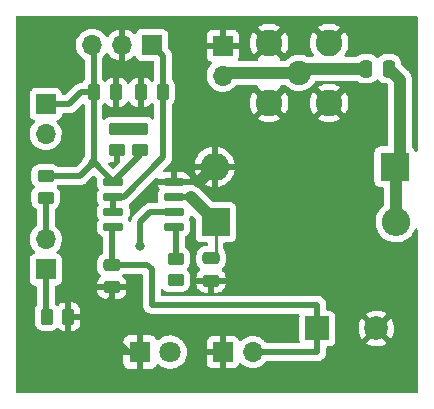
<source format=gbr>
%TF.GenerationSoftware,KiCad,Pcbnew,5.99.0-unknown-34fb55dc9c~93~ubuntu20.04.1*%
%TF.CreationDate,2020-12-20T23:19:57+03:00*%
%TF.ProjectId,uhf_detector,7568665f-6465-4746-9563-746f722e6b69,rev?*%
%TF.SameCoordinates,Original*%
%TF.FileFunction,Copper,L1,Top*%
%TF.FilePolarity,Positive*%
%FSLAX46Y46*%
G04 Gerber Fmt 4.6, Leading zero omitted, Abs format (unit mm)*
G04 Created by KiCad (PCBNEW 5.99.0-unknown-34fb55dc9c~93~ubuntu20.04.1) date 2020-12-20 23:19:57*
%MOMM*%
%LPD*%
G01*
G04 APERTURE LIST*
G04 Aperture macros list*
%AMRoundRect*
0 Rectangle with rounded corners*
0 $1 Rounding radius*
0 $2 $3 $4 $5 $6 $7 $8 $9 X,Y pos of 4 corners*
0 Add a 4 corners polygon primitive as box body*
4,1,4,$2,$3,$4,$5,$6,$7,$8,$9,$2,$3,0*
0 Add four circle primitives for the rounded corners*
1,1,$1+$1,$2,$3,0*
1,1,$1+$1,$4,$5,0*
1,1,$1+$1,$6,$7,0*
1,1,$1+$1,$8,$9,0*
0 Add four rect primitives between the rounded corners*
20,1,$1+$1,$2,$3,$4,$5,0*
20,1,$1+$1,$4,$5,$6,$7,0*
20,1,$1+$1,$6,$7,$8,$9,0*
20,1,$1+$1,$8,$9,$2,$3,0*%
G04 Aperture macros list end*
%TA.AperFunction,SMDPad,CuDef*%
%ADD10RoundRect,0.250000X-0.450000X0.262500X-0.450000X-0.262500X0.450000X-0.262500X0.450000X0.262500X0*%
%TD*%
%TA.AperFunction,ComponentPad*%
%ADD11O,1.700000X1.700000*%
%TD*%
%TA.AperFunction,ComponentPad*%
%ADD12R,1.700000X1.700000*%
%TD*%
%TA.AperFunction,ComponentPad*%
%ADD13C,2.000000*%
%TD*%
%TA.AperFunction,ComponentPad*%
%ADD14R,2.000000X2.000000*%
%TD*%
%TA.AperFunction,SMDPad,CuDef*%
%ADD15RoundRect,0.150000X0.725000X0.150000X-0.725000X0.150000X-0.725000X-0.150000X0.725000X-0.150000X0*%
%TD*%
%TA.AperFunction,SMDPad,CuDef*%
%ADD16RoundRect,0.250000X0.262500X0.450000X-0.262500X0.450000X-0.262500X-0.450000X0.262500X-0.450000X0*%
%TD*%
%TA.AperFunction,SMDPad,CuDef*%
%ADD17RoundRect,0.250000X0.450000X-0.262500X0.450000X0.262500X-0.450000X0.262500X-0.450000X-0.262500X0*%
%TD*%
%TA.AperFunction,ComponentPad*%
%ADD18C,2.250000*%
%TD*%
%TA.AperFunction,ComponentPad*%
%ADD19C,2.050000*%
%TD*%
%TA.AperFunction,ComponentPad*%
%ADD20C,1.800000*%
%TD*%
%TA.AperFunction,ComponentPad*%
%ADD21R,1.800000X1.800000*%
%TD*%
%TA.AperFunction,ComponentPad*%
%ADD22O,2.400000X2.400000*%
%TD*%
%TA.AperFunction,ComponentPad*%
%ADD23R,2.400000X2.400000*%
%TD*%
%TA.AperFunction,SMDPad,CuDef*%
%ADD24RoundRect,0.250000X0.250000X0.475000X-0.250000X0.475000X-0.250000X-0.475000X0.250000X-0.475000X0*%
%TD*%
%TA.AperFunction,SMDPad,CuDef*%
%ADD25RoundRect,0.250000X-0.250000X-0.475000X0.250000X-0.475000X0.250000X0.475000X-0.250000X0.475000X0*%
%TD*%
%TA.AperFunction,SMDPad,CuDef*%
%ADD26RoundRect,0.250000X-0.475000X0.250000X-0.475000X-0.250000X0.475000X-0.250000X0.475000X0.250000X0*%
%TD*%
%TA.AperFunction,ViaPad*%
%ADD27C,0.800000*%
%TD*%
%TA.AperFunction,Conductor*%
%ADD28C,0.500000*%
%TD*%
%TA.AperFunction,Conductor*%
%ADD29C,1.000000*%
%TD*%
%TA.AperFunction,Conductor*%
%ADD30C,0.250000*%
%TD*%
G04 APERTURE END LIST*
D10*
%TO.P,R5,2*%
%TO.N,/CH1*%
X32000000Y-45912500D03*
%TO.P,R5,1*%
%TO.N,Net-(J1-Pad2)*%
X32000000Y-44087500D03*
%TD*%
D11*
%TO.P,J6,2,Pin_2*%
%TO.N,+9V*%
X41540000Y-63000000D03*
D12*
%TO.P,J6,1,Pin_1*%
%TO.N,GNDA*%
X39000000Y-63000000D03*
%TD*%
D13*
%TO.P,C2,2*%
%TO.N,GNDA*%
X52000000Y-61000000D03*
D14*
%TO.P,C2,1*%
%TO.N,+9V*%
X47000000Y-61000000D03*
%TD*%
D11*
%TO.P,J5,2,Pin_2*%
%TO.N,Net-(C1-Pad1)*%
X39000000Y-39590000D03*
D12*
%TO.P,J5,1,Pin_1*%
%TO.N,GNDA*%
X39000000Y-37050000D03*
%TD*%
D15*
%TO.P,U1,8,V+*%
%TO.N,+9V*%
X29725000Y-52405000D03*
%TO.P,U1,7*%
%TO.N,/CH2*%
X29725000Y-51135000D03*
%TO.P,U1,6,-*%
X29725000Y-49865000D03*
%TO.P,U1,5,+*%
%TO.N,/CH1*%
X29725000Y-48595000D03*
%TO.P,U1,4,V-*%
%TO.N,GNDA*%
X34875000Y-48595000D03*
%TO.P,U1,3,+*%
%TO.N,Net-(C3-Pad1)*%
X34875000Y-49865000D03*
%TO.P,U1,2,-*%
%TO.N,Net-(J1-Pad2)*%
X34875000Y-51135000D03*
%TO.P,U1,1*%
%TO.N,/CH1*%
X34875000Y-52405000D03*
%TD*%
D16*
%TO.P,R4,2*%
%TO.N,Net-(J2-Pad1)*%
X24087500Y-60000000D03*
%TO.P,R4,1*%
%TO.N,GNDA*%
X25912500Y-60000000D03*
%TD*%
D10*
%TO.P,R3,2*%
%TO.N,Net-(J2-Pad2)*%
X24000000Y-49912500D03*
%TO.P,R3,1*%
%TO.N,/CH1*%
X24000000Y-48087500D03*
%TD*%
%TO.P,R2,2*%
%TO.N,Net-(D3-Pad2)*%
X35000000Y-56912500D03*
%TO.P,R2,1*%
%TO.N,/CH1*%
X35000000Y-55087500D03*
%TD*%
D17*
%TO.P,R1,2*%
%TO.N,Net-(J1-Pad2)*%
X30000000Y-44087500D03*
%TO.P,R1,1*%
%TO.N,GNDA*%
X30000000Y-45912500D03*
%TD*%
D18*
%TO.P,J4,2,Ext*%
%TO.N,GNDA*%
X42920000Y-41900000D03*
X42920000Y-36820000D03*
X48000000Y-36820000D03*
X48000000Y-41900000D03*
D19*
%TO.P,J4,1,In*%
%TO.N,Net-(C1-Pad1)*%
X45460000Y-39360000D03*
%TD*%
D11*
%TO.P,J3,3,Pin_3*%
%TO.N,/CH1*%
X27920000Y-37000000D03*
%TO.P,J3,2,Pin_2*%
%TO.N,GNDA*%
X30460000Y-37000000D03*
D12*
%TO.P,J3,1,Pin_1*%
%TO.N,/CH2*%
X33000000Y-37000000D03*
%TD*%
D11*
%TO.P,J2,2,Pin_2*%
%TO.N,Net-(J2-Pad2)*%
X24000000Y-53460000D03*
D12*
%TO.P,J2,1,Pin_1*%
%TO.N,Net-(J2-Pad1)*%
X24000000Y-56000000D03*
%TD*%
D11*
%TO.P,J1,2,Pin_2*%
%TO.N,Net-(J1-Pad2)*%
X24000000Y-44540000D03*
D12*
%TO.P,J1,1,Pin_1*%
%TO.N,/CH1*%
X24000000Y-42000000D03*
%TD*%
D20*
%TO.P,D3,2,A*%
%TO.N,Net-(D3-Pad2)*%
X34540000Y-63000000D03*
D21*
%TO.P,D3,1,K*%
%TO.N,GNDA*%
X32000000Y-63000000D03*
%TD*%
D22*
%TO.P,D2,2,A*%
%TO.N,Net-(C1-Pad2)*%
X53640000Y-52000000D03*
D23*
%TO.P,D2,1,K*%
%TO.N,Net-(C3-Pad1)*%
X38400000Y-52000000D03*
%TD*%
D22*
%TO.P,D1,2,A*%
%TO.N,GNDA*%
X38310000Y-47300000D03*
D23*
%TO.P,D1,1,K*%
%TO.N,Net-(C1-Pad2)*%
X53550000Y-47300000D03*
%TD*%
D24*
%TO.P,C6,2*%
%TO.N,GNDA*%
X32050000Y-41000000D03*
%TO.P,C6,1*%
%TO.N,/CH2*%
X33950000Y-41000000D03*
%TD*%
D25*
%TO.P,C5,2*%
%TO.N,GNDA*%
X29950000Y-41000000D03*
%TO.P,C5,1*%
%TO.N,/CH1*%
X28050000Y-41000000D03*
%TD*%
D26*
%TO.P,C4,2*%
%TO.N,GNDA*%
X29600000Y-57500000D03*
%TO.P,C4,1*%
%TO.N,+9V*%
X29600000Y-55600000D03*
%TD*%
%TO.P,C3,2*%
%TO.N,GNDA*%
X38000000Y-56950000D03*
%TO.P,C3,1*%
%TO.N,Net-(C3-Pad1)*%
X38000000Y-55050000D03*
%TD*%
D25*
%TO.P,C1,2*%
%TO.N,Net-(C1-Pad2)*%
X53050000Y-39000000D03*
%TO.P,C1,1*%
%TO.N,Net-(C1-Pad1)*%
X51150000Y-39000000D03*
%TD*%
D27*
%TO.N,GNDA*%
X38000000Y-57000000D03*
X26000000Y-60000000D03*
X29600000Y-57500000D03*
X32000000Y-41000000D03*
X30000000Y-41000000D03*
X30000000Y-46000000D03*
%TO.N,Net-(J1-Pad2)*%
X32000000Y-54000000D03*
X30000000Y-44000000D03*
%TO.N,/CH1*%
X35000000Y-55000000D03*
X28000000Y-47000000D03*
%TO.N,Net-(D3-Pad2)*%
X35000000Y-57000000D03*
%TD*%
D28*
%TO.N,GNDA*%
X26000000Y-60000000D02*
X28000000Y-60000000D01*
D29*
%TO.N,Net-(J1-Pad2)*%
X32000000Y-44087500D02*
X30000000Y-44087500D01*
D28*
%TO.N,/CH1*%
X29725000Y-48595000D02*
X32000000Y-46320000D01*
D30*
X32000000Y-46320000D02*
X32000000Y-45912500D01*
D28*
%TO.N,+9V*%
X29600000Y-55600000D02*
X32600000Y-55600000D01*
X33000000Y-56000000D02*
X33000000Y-59000000D01*
X32600000Y-55600000D02*
X33000000Y-56000000D01*
D30*
%TO.N,Net-(C1-Pad1)*%
X39000000Y-39590000D02*
X39230000Y-39360000D01*
D29*
X39230000Y-39360000D02*
X45460000Y-39360000D01*
X51150000Y-39000000D02*
X45820000Y-39000000D01*
D30*
X45820000Y-39000000D02*
X45460000Y-39360000D01*
%TO.N,Net-(C1-Pad2)*%
X53550000Y-47300000D02*
X53640000Y-47390000D01*
D29*
X53640000Y-47390000D02*
X53640000Y-52000000D01*
D30*
X53550000Y-47300000D02*
X54000000Y-46850000D01*
D29*
X54000000Y-46850000D02*
X54000000Y-39950000D01*
X54000000Y-39950000D02*
X53050000Y-39000000D01*
D28*
%TO.N,+9V*%
X47000000Y-61000000D02*
X47000000Y-59000000D01*
X47000000Y-59000000D02*
X45000000Y-59000000D01*
X41540000Y-63000000D02*
X47000000Y-63000000D01*
X47000000Y-63000000D02*
X47000000Y-61000000D01*
%TO.N,Net-(J1-Pad2)*%
X32000000Y-52000000D02*
X32000000Y-54000000D01*
X34875000Y-51135000D02*
X32865000Y-51135000D01*
X32865000Y-51135000D02*
X32000000Y-52000000D01*
%TO.N,/CH1*%
X24000000Y-42000000D02*
X26000000Y-42000000D01*
X26000000Y-42000000D02*
X27000000Y-41000000D01*
X27000000Y-41000000D02*
X28050000Y-41000000D01*
D30*
X27920000Y-37000000D02*
X28050000Y-37130000D01*
D28*
X28050000Y-37130000D02*
X28050000Y-41000000D01*
%TO.N,/CH2*%
X33000000Y-37000000D02*
X33950000Y-37950000D01*
X33950000Y-37950000D02*
X33950000Y-41000000D01*
%TO.N,/CH1*%
X35000000Y-55000000D02*
X35000000Y-52530000D01*
D30*
%TO.N,Net-(C3-Pad1)*%
X38400000Y-52000000D02*
X38400000Y-54650000D01*
X38400000Y-54650000D02*
X38000000Y-55050000D01*
%TO.N,/CH1*%
X35000000Y-55087500D02*
X35000000Y-55000000D01*
X35000000Y-52530000D02*
X34875000Y-52405000D01*
%TO.N,GNDA*%
X32000000Y-63000000D02*
X31000000Y-63000000D01*
D28*
X31000000Y-63000000D02*
X28000000Y-60000000D01*
%TO.N,+9V*%
X33000000Y-59000000D02*
X45000000Y-59000000D01*
X29600000Y-55600000D02*
X29600000Y-52530000D01*
D30*
X29600000Y-52530000D02*
X29725000Y-52405000D01*
D28*
%TO.N,GNDA*%
X25912500Y-60000000D02*
X26000000Y-60000000D01*
X28000000Y-60000000D02*
X29600000Y-58400000D01*
X29600000Y-58400000D02*
X29600000Y-57500000D01*
%TO.N,Net-(J2-Pad1)*%
X24000000Y-56000000D02*
X24000000Y-59912500D01*
D30*
X24000000Y-59912500D02*
X24087500Y-60000000D01*
D28*
%TO.N,Net-(J2-Pad2)*%
X24000000Y-53460000D02*
X24000000Y-49912500D01*
%TO.N,/CH1*%
X26912500Y-48087500D02*
X28000000Y-47000000D01*
X24000000Y-48087500D02*
X26912500Y-48087500D01*
D30*
X28000000Y-47000000D02*
X28050000Y-46950000D01*
X28050000Y-46950000D02*
X28050000Y-46920000D01*
D28*
X28050000Y-41000000D02*
X28050000Y-46920000D01*
X28050000Y-46920000D02*
X29725000Y-48595000D01*
%TO.N,/CH2*%
X33950000Y-41000000D02*
X33950000Y-46515000D01*
X33950000Y-46515000D02*
X30600000Y-49865000D01*
X30600000Y-49865000D02*
X29725000Y-49865000D01*
X29725000Y-49865000D02*
X29725000Y-51135000D01*
%TO.N,Net-(C3-Pad1)*%
X34875000Y-49865000D02*
X36265000Y-49865000D01*
D29*
X36265000Y-49865000D02*
X38400000Y-52000000D01*
D28*
%TO.N,GNDA*%
X34875000Y-48595000D02*
X37015000Y-48595000D01*
D29*
X37015000Y-48595000D02*
X38310000Y-47300000D01*
%TD*%
%TA.AperFunction,Conductor*%
%TO.N,GNDA*%
G36*
X55434121Y-34528002D02*
G01*
X55480614Y-34581658D01*
X55492000Y-34634000D01*
X55492000Y-45946573D01*
X55471998Y-46014694D01*
X55418342Y-46061187D01*
X55348068Y-46071291D01*
X55283488Y-46041797D01*
X55245104Y-45982071D01*
X55219635Y-45895330D01*
X55219634Y-45895328D01*
X55217096Y-45886684D01*
X55171393Y-45815569D01*
X55142949Y-45771309D01*
X55142947Y-45771306D01*
X55138077Y-45763729D01*
X55131267Y-45757828D01*
X55051987Y-45689131D01*
X55013604Y-45629405D01*
X55008500Y-45593907D01*
X55008500Y-40012948D01*
X55009237Y-39999340D01*
X55012779Y-39966738D01*
X55012779Y-39966734D01*
X55013444Y-39960613D01*
X55012907Y-39954474D01*
X55012907Y-39954469D01*
X55008934Y-39909057D01*
X55008604Y-39904221D01*
X55008500Y-39902083D01*
X55008500Y-39899006D01*
X55004424Y-39857435D01*
X55004307Y-39856173D01*
X54996742Y-39769700D01*
X54996742Y-39769697D01*
X54996205Y-39763565D01*
X54994718Y-39758447D01*
X54994198Y-39753143D01*
X54967306Y-39664073D01*
X54966964Y-39662918D01*
X54942740Y-39579539D01*
X54941020Y-39573618D01*
X54938567Y-39568886D01*
X54937027Y-39563785D01*
X54893382Y-39481701D01*
X54892769Y-39480533D01*
X54885767Y-39467023D01*
X54849992Y-39398007D01*
X54846667Y-39393842D01*
X54844166Y-39389138D01*
X54785362Y-39317037D01*
X54784534Y-39316010D01*
X54781772Y-39312550D01*
X54754019Y-39277785D01*
X54751525Y-39275291D01*
X54751044Y-39274753D01*
X54747329Y-39270404D01*
X54723045Y-39240628D01*
X54723042Y-39240625D01*
X54719150Y-39235853D01*
X54682831Y-39205808D01*
X54674050Y-39197817D01*
X54095405Y-38619172D01*
X54061379Y-38556860D01*
X54058500Y-38530077D01*
X54058500Y-38482114D01*
X54044671Y-38363500D01*
X54043870Y-38356629D01*
X54043870Y-38356628D01*
X54043022Y-38349357D01*
X54039248Y-38338958D01*
X53985184Y-38190015D01*
X53982687Y-38183136D01*
X53904130Y-38063316D01*
X53889743Y-38041372D01*
X53889742Y-38041371D01*
X53885731Y-38035253D01*
X53757355Y-37913642D01*
X53604445Y-37824825D01*
X53435204Y-37773567D01*
X53428764Y-37772992D01*
X53428763Y-37772992D01*
X53358815Y-37766749D01*
X53358809Y-37766749D01*
X53356022Y-37766500D01*
X52757114Y-37766500D01*
X52661894Y-37777602D01*
X52631629Y-37781130D01*
X52631628Y-37781130D01*
X52624357Y-37781978D01*
X52617479Y-37784474D01*
X52617477Y-37784475D01*
X52482052Y-37833632D01*
X52458136Y-37842313D01*
X52373591Y-37897743D01*
X52316429Y-37935220D01*
X52310253Y-37939269D01*
X52213531Y-38041372D01*
X52190801Y-38065366D01*
X52129432Y-38101064D01*
X52058505Y-38097917D01*
X52000539Y-38056923D01*
X51993956Y-38047799D01*
X51985731Y-38035253D01*
X51857355Y-37913642D01*
X51704445Y-37824825D01*
X51535204Y-37773567D01*
X51528764Y-37772992D01*
X51528763Y-37772992D01*
X51458815Y-37766749D01*
X51458809Y-37766749D01*
X51456022Y-37766500D01*
X50857114Y-37766500D01*
X50761894Y-37777602D01*
X50731629Y-37781130D01*
X50731628Y-37781130D01*
X50724357Y-37781978D01*
X50717479Y-37784474D01*
X50717477Y-37784475D01*
X50582052Y-37833632D01*
X50558136Y-37842313D01*
X50473591Y-37897743D01*
X50416429Y-37935220D01*
X50410253Y-37939269D01*
X50405222Y-37944580D01*
X50405217Y-37944584D01*
X50398048Y-37952152D01*
X50336679Y-37987851D01*
X50306575Y-37991500D01*
X49420231Y-37991500D01*
X49352110Y-37971498D01*
X49305617Y-37917842D01*
X49295513Y-37847568D01*
X49320748Y-37791792D01*
X49319048Y-37790557D01*
X49327754Y-37778575D01*
X49456883Y-37567856D01*
X49461364Y-37559062D01*
X49555937Y-37330743D01*
X49558986Y-37321358D01*
X49616679Y-37081053D01*
X49618222Y-37071306D01*
X49637612Y-36824930D01*
X49637612Y-36815070D01*
X49618222Y-36568694D01*
X49616679Y-36558947D01*
X49558986Y-36318642D01*
X49555937Y-36309257D01*
X49461364Y-36080938D01*
X49456883Y-36072144D01*
X49330626Y-35866112D01*
X49322566Y-35860848D01*
X49312354Y-35866856D01*
X48089095Y-37090115D01*
X48026783Y-37124141D01*
X47955968Y-37119076D01*
X47910905Y-37090115D01*
X46689101Y-35868311D01*
X46675569Y-35860921D01*
X46670292Y-35864614D01*
X46543117Y-36072144D01*
X46538636Y-36080938D01*
X46444063Y-36309257D01*
X46441014Y-36318642D01*
X46383321Y-36558947D01*
X46381778Y-36568694D01*
X46362388Y-36815070D01*
X46362388Y-36824930D01*
X46381778Y-37071306D01*
X46383321Y-37081053D01*
X46441014Y-37321358D01*
X46444063Y-37330743D01*
X46538636Y-37559062D01*
X46543117Y-37567856D01*
X46672246Y-37778575D01*
X46680952Y-37790557D01*
X46679226Y-37791811D01*
X46704610Y-37848450D01*
X46694010Y-37918650D01*
X46647139Y-37971976D01*
X46579769Y-37991500D01*
X46191355Y-37991500D01*
X46134263Y-37976098D01*
X46133704Y-37977264D01*
X46129136Y-37975076D01*
X46124764Y-37972531D01*
X45894382Y-37884095D01*
X45652825Y-37833632D01*
X45647775Y-37833403D01*
X45647770Y-37833402D01*
X45535369Y-37828298D01*
X45406307Y-37822437D01*
X45401287Y-37823018D01*
X45401283Y-37823018D01*
X45168084Y-37850000D01*
X45161170Y-37850800D01*
X45156299Y-37852178D01*
X45156296Y-37852179D01*
X45047164Y-37883061D01*
X44923722Y-37917992D01*
X44866695Y-37944584D01*
X44704652Y-38020145D01*
X44704648Y-38020147D01*
X44700070Y-38022282D01*
X44495970Y-38160989D01*
X44364063Y-38285728D01*
X44330943Y-38317048D01*
X44267705Y-38349320D01*
X44244370Y-38351500D01*
X43975480Y-38351500D01*
X43907359Y-38331498D01*
X43860866Y-38277842D01*
X43850762Y-38207568D01*
X43869986Y-38156601D01*
X43879152Y-38142566D01*
X43873144Y-38132354D01*
X42932812Y-37192022D01*
X42918868Y-37184408D01*
X42917035Y-37184539D01*
X42910420Y-37188790D01*
X41968311Y-38130899D01*
X41960921Y-38144432D01*
X41967098Y-38153258D01*
X41989767Y-38220539D01*
X41972463Y-38289394D01*
X41920680Y-38337964D01*
X41863865Y-38351500D01*
X40398091Y-38351500D01*
X40329970Y-38331498D01*
X40283477Y-38277842D01*
X40273373Y-38207568D01*
X40283477Y-38173158D01*
X40338477Y-38052725D01*
X40343502Y-38035612D01*
X40362361Y-37904446D01*
X40363000Y-37895503D01*
X40363000Y-37322115D01*
X40358525Y-37306876D01*
X40357135Y-37305671D01*
X40349452Y-37304000D01*
X37655115Y-37304000D01*
X37639876Y-37308475D01*
X37638671Y-37309865D01*
X37637000Y-37317548D01*
X37637000Y-37897743D01*
X37637161Y-37902250D01*
X37641740Y-37966269D01*
X37644126Y-37979491D01*
X37680819Y-38104458D01*
X37688233Y-38120692D01*
X37757426Y-38228360D01*
X37769112Y-38241847D01*
X37865840Y-38325662D01*
X37880848Y-38335307D01*
X37997275Y-38388477D01*
X38010969Y-38392498D01*
X38070695Y-38430882D01*
X38100188Y-38495463D01*
X38090083Y-38565737D01*
X38058049Y-38608560D01*
X38026530Y-38635910D01*
X38026524Y-38635917D01*
X38022492Y-38639415D01*
X38019109Y-38643541D01*
X38019105Y-38643545D01*
X37921315Y-38762809D01*
X37876304Y-38817705D01*
X37762245Y-39018077D01*
X37683578Y-39234802D01*
X37682629Y-39240051D01*
X37682628Y-39240054D01*
X37653836Y-39399275D01*
X37642551Y-39461683D01*
X37642359Y-39481702D01*
X37640614Y-39663527D01*
X37640338Y-39692233D01*
X37677002Y-39919861D01*
X37751494Y-40138056D01*
X37754044Y-40142743D01*
X37754045Y-40142745D01*
X37803424Y-40233500D01*
X37861685Y-40340580D01*
X38004424Y-40521644D01*
X38008389Y-40525220D01*
X38171659Y-40672489D01*
X38171665Y-40672494D01*
X38175629Y-40676069D01*
X38180142Y-40678928D01*
X38180144Y-40678929D01*
X38184219Y-40681510D01*
X38370406Y-40799439D01*
X38583184Y-40888228D01*
X38588387Y-40889425D01*
X38588392Y-40889426D01*
X38802678Y-40938701D01*
X38802683Y-40938702D01*
X38807881Y-40939897D01*
X38813209Y-40940200D01*
X38813212Y-40940200D01*
X38969293Y-40949063D01*
X39038071Y-40952968D01*
X39043378Y-40952368D01*
X39043380Y-40952368D01*
X39182113Y-40936684D01*
X39267173Y-40927068D01*
X39272288Y-40925587D01*
X39272292Y-40925586D01*
X39358900Y-40900506D01*
X39488635Y-40862937D01*
X39696125Y-40762409D01*
X39700463Y-40759309D01*
X39700468Y-40759306D01*
X39843210Y-40657300D01*
X39883711Y-40628357D01*
X40011488Y-40499461D01*
X40042277Y-40468403D01*
X40042278Y-40468402D01*
X40046030Y-40464617D01*
X40061113Y-40443117D01*
X40075829Y-40422139D01*
X40131325Y-40377859D01*
X40178979Y-40368500D01*
X41864520Y-40368500D01*
X41932641Y-40388502D01*
X41979134Y-40442158D01*
X41989238Y-40512432D01*
X41970014Y-40563399D01*
X41960848Y-40577434D01*
X41966856Y-40587646D01*
X42907188Y-41527978D01*
X42921132Y-41535592D01*
X42922965Y-41535461D01*
X42929580Y-41531210D01*
X43871689Y-40589101D01*
X43879079Y-40575568D01*
X43872902Y-40566742D01*
X43850233Y-40499461D01*
X43867537Y-40430606D01*
X43919320Y-40382036D01*
X43976135Y-40368500D01*
X44246944Y-40368500D01*
X44315065Y-40388502D01*
X44335412Y-40404781D01*
X44471071Y-40538559D01*
X44475196Y-40541491D01*
X44475199Y-40541493D01*
X44523149Y-40575569D01*
X44672222Y-40681510D01*
X44676758Y-40683742D01*
X44889099Y-40788227D01*
X44889104Y-40788229D01*
X44893640Y-40790461D01*
X44898483Y-40791942D01*
X44898484Y-40791942D01*
X45124782Y-40861128D01*
X45124784Y-40861128D01*
X45129630Y-40862610D01*
X45134651Y-40863298D01*
X45134652Y-40863298D01*
X45251875Y-40879356D01*
X45374119Y-40896101D01*
X45444319Y-40894385D01*
X45615756Y-40890196D01*
X45615760Y-40890196D01*
X45620817Y-40890072D01*
X45863378Y-40844678D01*
X46095561Y-40761087D01*
X46311393Y-40641449D01*
X46316870Y-40637139D01*
X46392741Y-40577434D01*
X47040848Y-40577434D01*
X47046856Y-40587646D01*
X47987188Y-41527978D01*
X48001132Y-41535592D01*
X48002965Y-41535461D01*
X48009580Y-41531210D01*
X48951689Y-40589101D01*
X48959079Y-40575569D01*
X48955386Y-40570292D01*
X48747856Y-40443117D01*
X48739062Y-40438636D01*
X48510743Y-40344063D01*
X48501358Y-40341014D01*
X48261053Y-40283321D01*
X48251306Y-40281778D01*
X48004930Y-40262388D01*
X47995070Y-40262388D01*
X47748694Y-40281778D01*
X47738947Y-40283321D01*
X47498642Y-40341014D01*
X47489257Y-40344063D01*
X47260938Y-40438636D01*
X47252144Y-40443117D01*
X47046112Y-40569374D01*
X47040848Y-40577434D01*
X46392741Y-40577434D01*
X46501344Y-40491972D01*
X46501345Y-40491971D01*
X46505320Y-40488843D01*
X46638453Y-40344063D01*
X46668931Y-40310919D01*
X46668933Y-40310916D01*
X46672355Y-40307195D01*
X46808198Y-40101178D01*
X46816436Y-40082848D01*
X46862604Y-40028914D01*
X46931362Y-40008500D01*
X50310251Y-40008500D01*
X50378372Y-40028502D01*
X50396902Y-40043025D01*
X50442645Y-40086358D01*
X50595555Y-40175175D01*
X50764796Y-40226433D01*
X50771236Y-40227008D01*
X50771237Y-40227008D01*
X50841185Y-40233251D01*
X50841191Y-40233251D01*
X50843978Y-40233500D01*
X51442886Y-40233500D01*
X51538106Y-40222398D01*
X51568371Y-40218870D01*
X51568372Y-40218870D01*
X51575643Y-40218022D01*
X51582521Y-40215526D01*
X51582523Y-40215525D01*
X51734985Y-40160184D01*
X51741864Y-40157687D01*
X51858337Y-40081324D01*
X51883628Y-40064743D01*
X51883629Y-40064742D01*
X51889747Y-40060731D01*
X52009199Y-39934634D01*
X52070568Y-39898936D01*
X52141495Y-39902083D01*
X52199461Y-39943077D01*
X52206039Y-39952194D01*
X52214269Y-39964747D01*
X52342645Y-40086358D01*
X52495555Y-40175175D01*
X52664796Y-40226433D01*
X52671236Y-40227008D01*
X52671237Y-40227008D01*
X52741185Y-40233251D01*
X52741191Y-40233251D01*
X52743978Y-40233500D01*
X52805076Y-40233500D01*
X52873197Y-40253502D01*
X52894171Y-40270405D01*
X52954596Y-40330830D01*
X52988622Y-40393142D01*
X52991501Y-40419925D01*
X52991500Y-45460500D01*
X52971498Y-45528621D01*
X52917842Y-45575114D01*
X52865500Y-45586500D01*
X52350000Y-45586500D01*
X52276921Y-45591727D01*
X52204931Y-45612865D01*
X52145330Y-45630365D01*
X52145328Y-45630366D01*
X52136684Y-45632904D01*
X52129105Y-45637775D01*
X52021309Y-45707051D01*
X52021306Y-45707053D01*
X52013729Y-45711923D01*
X52007828Y-45718733D01*
X51923918Y-45815569D01*
X51923916Y-45815572D01*
X51918016Y-45822381D01*
X51914272Y-45830579D01*
X51887729Y-45888701D01*
X51857300Y-45955330D01*
X51856018Y-45964245D01*
X51856018Y-45964246D01*
X51837139Y-46095552D01*
X51837138Y-46095559D01*
X51836500Y-46100000D01*
X51836500Y-48500000D01*
X51841727Y-48573079D01*
X51843631Y-48579562D01*
X51878539Y-48698449D01*
X51882904Y-48713316D01*
X51893732Y-48730165D01*
X51957051Y-48828691D01*
X51957053Y-48828694D01*
X51961923Y-48836271D01*
X51968733Y-48842172D01*
X52065569Y-48926082D01*
X52065572Y-48926084D01*
X52072381Y-48931984D01*
X52080579Y-48935728D01*
X52170753Y-48976909D01*
X52205330Y-48992700D01*
X52214245Y-48993982D01*
X52214246Y-48993982D01*
X52345552Y-49012861D01*
X52345559Y-49012862D01*
X52350000Y-49013500D01*
X52505500Y-49013500D01*
X52573621Y-49033502D01*
X52620114Y-49087158D01*
X52631500Y-49139500D01*
X52631501Y-50556834D01*
X52611499Y-50624955D01*
X52579829Y-50658575D01*
X52564494Y-50669778D01*
X52531033Y-50694222D01*
X52531028Y-50694226D01*
X52527171Y-50697044D01*
X52523782Y-50700415D01*
X52523780Y-50700417D01*
X52346282Y-50876988D01*
X52346278Y-50876993D01*
X52342889Y-50880364D01*
X52188457Y-51089449D01*
X52067427Y-51319487D01*
X51982587Y-51565186D01*
X51935887Y-51820890D01*
X51935749Y-51825672D01*
X51935749Y-51825674D01*
X51932774Y-51928944D01*
X51928402Y-52080717D01*
X51930522Y-52097860D01*
X51959346Y-52330929D01*
X51960305Y-52338686D01*
X51961603Y-52343289D01*
X51961604Y-52343293D01*
X51965585Y-52357409D01*
X52030862Y-52588861D01*
X52040503Y-52610065D01*
X52108690Y-52760033D01*
X52138449Y-52825485D01*
X52280589Y-53043113D01*
X52359996Y-53131769D01*
X52436998Y-53217739D01*
X52454013Y-53236736D01*
X52513711Y-53285860D01*
X52651023Y-53398851D01*
X52651028Y-53398854D01*
X52654729Y-53401900D01*
X52878118Y-53534802D01*
X52992835Y-53581267D01*
X53114599Y-53630587D01*
X53114603Y-53630588D01*
X53119039Y-53632385D01*
X53371950Y-53692404D01*
X53376721Y-53692792D01*
X53376727Y-53692793D01*
X53617805Y-53712401D01*
X53631028Y-53713477D01*
X53635802Y-53713139D01*
X53885529Y-53695457D01*
X53885532Y-53695456D01*
X53890313Y-53695118D01*
X53894989Y-53694060D01*
X54139177Y-53638806D01*
X54139181Y-53638805D01*
X54143838Y-53637751D01*
X54385768Y-53542696D01*
X54389900Y-53540296D01*
X54389904Y-53540294D01*
X54606400Y-53414543D01*
X54610537Y-53412140D01*
X54812971Y-53249088D01*
X54988413Y-53057291D01*
X55132825Y-52841164D01*
X55174383Y-52752246D01*
X55240854Y-52610021D01*
X55240855Y-52610018D01*
X55242883Y-52605679D01*
X55245096Y-52598134D01*
X55245701Y-52597193D01*
X55245921Y-52596611D01*
X55246045Y-52596658D01*
X55283466Y-52538400D01*
X55348041Y-52508892D01*
X55418317Y-52518981D01*
X55471983Y-52565462D01*
X55492000Y-52633606D01*
X55492000Y-66366000D01*
X55471998Y-66434121D01*
X55418342Y-66480614D01*
X55366000Y-66492000D01*
X21634000Y-66492000D01*
X21565879Y-66471998D01*
X21519386Y-66418342D01*
X21508000Y-66366000D01*
X21508000Y-63267548D01*
X30587000Y-63267548D01*
X30587000Y-63897743D01*
X30587161Y-63902250D01*
X30591740Y-63966269D01*
X30594126Y-63979491D01*
X30630819Y-64104458D01*
X30638233Y-64120692D01*
X30707426Y-64228360D01*
X30719112Y-64241847D01*
X30815840Y-64325662D01*
X30830848Y-64335307D01*
X30947275Y-64388477D01*
X30964388Y-64393502D01*
X31095554Y-64412361D01*
X31104495Y-64413000D01*
X31727885Y-64413000D01*
X31743124Y-64408525D01*
X31744329Y-64407135D01*
X31746000Y-64399452D01*
X31746000Y-63272115D01*
X31741525Y-63256876D01*
X31740135Y-63255671D01*
X31732452Y-63254000D01*
X30605115Y-63254000D01*
X30589876Y-63258475D01*
X30588671Y-63259865D01*
X30587000Y-63267548D01*
X21508000Y-63267548D01*
X21508000Y-62104495D01*
X30587000Y-62104495D01*
X30587000Y-62727885D01*
X30591475Y-62743124D01*
X30592865Y-62744329D01*
X30600548Y-62746000D01*
X31727885Y-62746000D01*
X31743124Y-62741525D01*
X31744329Y-62740135D01*
X31746000Y-62732452D01*
X31746000Y-61605115D01*
X31744659Y-61600548D01*
X32254000Y-61600548D01*
X32254000Y-64394885D01*
X32258475Y-64410124D01*
X32259865Y-64411329D01*
X32267548Y-64413000D01*
X32897743Y-64413000D01*
X32902250Y-64412839D01*
X32966269Y-64408260D01*
X32979491Y-64405874D01*
X33104458Y-64369181D01*
X33120692Y-64361767D01*
X33228360Y-64292574D01*
X33241847Y-64280888D01*
X33325662Y-64184160D01*
X33335307Y-64169152D01*
X33380044Y-64071190D01*
X33426537Y-64017534D01*
X33494658Y-63997532D01*
X33562779Y-64017534D01*
X33579049Y-64029968D01*
X33685399Y-64125895D01*
X33689912Y-64128754D01*
X33689914Y-64128755D01*
X33753936Y-64169306D01*
X33887318Y-64253790D01*
X33952257Y-64280888D01*
X34083339Y-64335586D01*
X34107900Y-64345835D01*
X34182548Y-64363000D01*
X34335629Y-64398201D01*
X34335633Y-64398202D01*
X34340836Y-64399398D01*
X34346169Y-64399701D01*
X34346170Y-64399701D01*
X34454877Y-64405874D01*
X34579467Y-64412949D01*
X34584774Y-64412349D01*
X34584776Y-64412349D01*
X34751486Y-64393502D01*
X34816970Y-64386099D01*
X34822085Y-64384618D01*
X34822089Y-64384617D01*
X35041430Y-64321100D01*
X35041435Y-64321098D01*
X35046553Y-64319616D01*
X35261652Y-64215401D01*
X35329790Y-64166709D01*
X35451771Y-64079540D01*
X35451773Y-64079538D01*
X35456117Y-64076434D01*
X35534334Y-63997532D01*
X35620635Y-63910475D01*
X35620636Y-63910474D01*
X35624388Y-63906689D01*
X35761652Y-63711019D01*
X35863986Y-63495018D01*
X35927711Y-63267547D01*
X37637000Y-63267547D01*
X37637000Y-63847743D01*
X37637161Y-63852250D01*
X37641740Y-63916269D01*
X37644126Y-63929491D01*
X37680819Y-64054458D01*
X37688233Y-64070692D01*
X37757426Y-64178360D01*
X37769112Y-64191847D01*
X37865840Y-64275662D01*
X37880848Y-64285307D01*
X37997275Y-64338477D01*
X38014388Y-64343502D01*
X38145554Y-64362361D01*
X38154495Y-64363000D01*
X38727885Y-64363000D01*
X38743124Y-64358525D01*
X38744329Y-64357135D01*
X38746000Y-64349452D01*
X38746001Y-63272115D01*
X38741526Y-63256876D01*
X38740136Y-63255671D01*
X38732453Y-63254000D01*
X37655115Y-63253999D01*
X37639876Y-63258474D01*
X37638671Y-63259864D01*
X37637000Y-63267547D01*
X35927711Y-63267547D01*
X35928463Y-63264863D01*
X35929296Y-63256876D01*
X35952933Y-63030083D01*
X35952933Y-63030080D01*
X35953240Y-63027136D01*
X35953500Y-63000000D01*
X35933292Y-62761840D01*
X35929181Y-62746000D01*
X35874586Y-62535655D01*
X35874584Y-62535650D01*
X35873245Y-62530490D01*
X35816499Y-62404518D01*
X35777267Y-62317426D01*
X35777266Y-62317423D01*
X35775077Y-62312565D01*
X35668658Y-62154495D01*
X37637000Y-62154495D01*
X37637000Y-62727885D01*
X37641475Y-62743124D01*
X37642865Y-62744329D01*
X37650548Y-62746000D01*
X38727885Y-62746001D01*
X38743124Y-62741526D01*
X38744329Y-62740136D01*
X38746000Y-62732453D01*
X38746001Y-61655115D01*
X38741526Y-61639876D01*
X38740136Y-61638671D01*
X38732453Y-61637000D01*
X38152257Y-61637000D01*
X38147750Y-61637161D01*
X38083731Y-61641740D01*
X38070509Y-61644126D01*
X37945542Y-61680819D01*
X37929308Y-61688233D01*
X37821640Y-61757426D01*
X37808153Y-61769112D01*
X37724338Y-61865840D01*
X37714693Y-61880848D01*
X37661523Y-61997275D01*
X37656498Y-62014388D01*
X37637639Y-62145554D01*
X37637000Y-62154495D01*
X35668658Y-62154495D01*
X35641594Y-62114296D01*
X35632245Y-62104495D01*
X35536804Y-62004448D01*
X35476613Y-61941351D01*
X35284852Y-61798677D01*
X35280101Y-61796261D01*
X35280097Y-61796259D01*
X35076549Y-61692770D01*
X35076548Y-61692770D01*
X35071793Y-61690352D01*
X34843528Y-61619474D01*
X34783540Y-61611523D01*
X34611868Y-61588769D01*
X34611865Y-61588769D01*
X34606585Y-61588069D01*
X34601256Y-61588269D01*
X34601255Y-61588269D01*
X34515862Y-61591475D01*
X34367738Y-61597036D01*
X34329234Y-61605115D01*
X34139043Y-61645021D01*
X34139040Y-61645022D01*
X34133816Y-61646118D01*
X33911508Y-61733911D01*
X33906944Y-61736680D01*
X33906945Y-61736680D01*
X33711732Y-61855138D01*
X33711729Y-61855140D01*
X33707171Y-61857906D01*
X33577200Y-61970689D01*
X33512643Y-62000228D01*
X33442362Y-61990174D01*
X33388673Y-61943720D01*
X33373726Y-61911022D01*
X33369180Y-61895540D01*
X33361767Y-61879308D01*
X33292574Y-61771640D01*
X33280888Y-61758153D01*
X33184160Y-61674338D01*
X33169152Y-61664693D01*
X33052725Y-61611523D01*
X33035612Y-61606498D01*
X32904446Y-61587639D01*
X32895505Y-61587000D01*
X32272115Y-61587000D01*
X32256876Y-61591475D01*
X32255671Y-61592865D01*
X32254000Y-61600548D01*
X31744659Y-61600548D01*
X31741525Y-61589876D01*
X31740135Y-61588671D01*
X31732452Y-61587000D01*
X31102257Y-61587000D01*
X31097750Y-61587161D01*
X31033731Y-61591740D01*
X31020509Y-61594126D01*
X30895542Y-61630819D01*
X30879308Y-61638233D01*
X30771640Y-61707426D01*
X30758153Y-61719112D01*
X30674338Y-61815840D01*
X30664693Y-61830848D01*
X30611523Y-61947275D01*
X30606498Y-61964388D01*
X30587639Y-62095554D01*
X30587000Y-62104495D01*
X21508000Y-62104495D01*
X21508000Y-41150000D01*
X22636500Y-41150000D01*
X22636500Y-42850000D01*
X22641727Y-42923079D01*
X22682904Y-43063316D01*
X22696503Y-43084476D01*
X22757051Y-43178691D01*
X22757053Y-43178694D01*
X22761923Y-43186271D01*
X22768733Y-43192172D01*
X22865569Y-43276082D01*
X22865572Y-43276084D01*
X22872381Y-43281984D01*
X23005330Y-43342700D01*
X23011639Y-43343607D01*
X23070244Y-43381269D01*
X23099738Y-43445849D01*
X23089636Y-43516123D01*
X23057601Y-43558949D01*
X23022492Y-43589415D01*
X23019109Y-43593541D01*
X23019105Y-43593545D01*
X22976779Y-43645166D01*
X22876304Y-43767705D01*
X22762245Y-43968077D01*
X22683578Y-44184802D01*
X22682629Y-44190051D01*
X22682628Y-44190054D01*
X22660890Y-44310265D01*
X22642551Y-44411683D01*
X22642500Y-44417023D01*
X22641097Y-44563210D01*
X22640338Y-44642233D01*
X22677002Y-44869861D01*
X22751494Y-45088056D01*
X22861685Y-45290580D01*
X23004424Y-45471644D01*
X23008389Y-45475220D01*
X23171659Y-45622489D01*
X23171665Y-45622494D01*
X23175629Y-45626069D01*
X23180142Y-45628928D01*
X23180144Y-45628929D01*
X23241855Y-45668016D01*
X23370406Y-45749439D01*
X23583184Y-45838228D01*
X23588387Y-45839425D01*
X23588392Y-45839426D01*
X23802678Y-45888701D01*
X23802683Y-45888702D01*
X23807881Y-45889897D01*
X23813209Y-45890200D01*
X23813212Y-45890200D01*
X23969293Y-45899063D01*
X24038071Y-45902968D01*
X24043378Y-45902368D01*
X24043380Y-45902368D01*
X24182113Y-45886684D01*
X24267173Y-45877068D01*
X24272288Y-45875587D01*
X24272292Y-45875586D01*
X24401298Y-45838228D01*
X24488635Y-45812937D01*
X24696125Y-45712409D01*
X24700463Y-45709309D01*
X24700468Y-45709306D01*
X24879370Y-45581459D01*
X24883711Y-45578357D01*
X25046030Y-45414617D01*
X25133043Y-45290580D01*
X25175375Y-45230236D01*
X25175376Y-45230234D01*
X25178439Y-45225868D01*
X25277153Y-45017508D01*
X25339349Y-44795494D01*
X25363249Y-44566176D01*
X25363500Y-44540000D01*
X25361633Y-44517998D01*
X25344458Y-44315576D01*
X25344457Y-44315572D01*
X25344007Y-44310265D01*
X25286084Y-44087098D01*
X25234731Y-43973098D01*
X25193578Y-43881743D01*
X25193577Y-43881741D01*
X25191388Y-43876882D01*
X25062627Y-43685626D01*
X24967508Y-43585915D01*
X24930868Y-43547507D01*
X24898321Y-43484410D01*
X24905052Y-43413733D01*
X24948926Y-43357916D01*
X24986538Y-43339640D01*
X25019545Y-43329948D01*
X25054670Y-43319635D01*
X25054672Y-43319634D01*
X25063316Y-43317096D01*
X25117951Y-43281984D01*
X25178691Y-43242949D01*
X25178694Y-43242947D01*
X25186271Y-43238077D01*
X25193523Y-43229708D01*
X25276082Y-43134431D01*
X25276084Y-43134428D01*
X25281984Y-43127619D01*
X25342700Y-42994670D01*
X25361118Y-42866568D01*
X25390611Y-42801988D01*
X25450338Y-42763604D01*
X25485836Y-42758500D01*
X25934014Y-42758500D01*
X25952965Y-42759933D01*
X25966122Y-42761935D01*
X25966125Y-42761935D01*
X25973355Y-42763035D01*
X25980647Y-42762442D01*
X25980650Y-42762442D01*
X26024007Y-42758915D01*
X26034222Y-42758500D01*
X26042886Y-42758500D01*
X26046520Y-42758076D01*
X26046526Y-42758076D01*
X26056467Y-42756917D01*
X26072515Y-42755046D01*
X26076842Y-42754618D01*
X26106196Y-42752230D01*
X26142307Y-42749293D01*
X26142311Y-42749292D01*
X26149604Y-42748699D01*
X26156563Y-42746445D01*
X26162483Y-42745262D01*
X26168373Y-42743870D01*
X26175643Y-42743022D01*
X26182523Y-42740525D01*
X26182526Y-42740524D01*
X26217960Y-42727662D01*
X26244264Y-42718114D01*
X26248410Y-42716691D01*
X26310867Y-42696458D01*
X26310869Y-42696457D01*
X26317830Y-42694202D01*
X26324087Y-42690405D01*
X26329562Y-42687898D01*
X26334976Y-42685187D01*
X26341864Y-42682687D01*
X26402918Y-42642658D01*
X26406627Y-42640318D01*
X26464211Y-42605375D01*
X26464213Y-42605373D01*
X26469006Y-42602465D01*
X26473209Y-42598753D01*
X26473213Y-42598750D01*
X26478292Y-42594265D01*
X26480872Y-42592047D01*
X26483627Y-42589744D01*
X26489747Y-42585731D01*
X26538894Y-42533850D01*
X26541272Y-42531408D01*
X27072945Y-41999735D01*
X27135257Y-41965709D01*
X27206072Y-41970774D01*
X27248697Y-41997361D01*
X27252157Y-42000639D01*
X27287852Y-42062010D01*
X27291500Y-42092108D01*
X27291501Y-46381261D01*
X27271499Y-46449382D01*
X27267437Y-46455323D01*
X27265387Y-46458145D01*
X27260963Y-46463058D01*
X27233964Y-46509822D01*
X27176490Y-46609370D01*
X27165476Y-46628446D01*
X27163434Y-46634731D01*
X27110619Y-46797278D01*
X27079882Y-46847437D01*
X26851877Y-47075443D01*
X26635225Y-47292095D01*
X26572912Y-47326120D01*
X26546129Y-47329000D01*
X25079334Y-47329000D01*
X25011213Y-47308998D01*
X24992681Y-47294473D01*
X24934407Y-47239269D01*
X24907355Y-47213643D01*
X24754445Y-47124826D01*
X24585204Y-47073568D01*
X24578764Y-47072993D01*
X24578763Y-47072993D01*
X24508815Y-47066750D01*
X24508809Y-47066750D01*
X24506022Y-47066501D01*
X24073085Y-47066501D01*
X23510778Y-47066500D01*
X23507115Y-47066500D01*
X23430410Y-47075443D01*
X23381630Y-47081130D01*
X23381629Y-47081130D01*
X23374358Y-47081978D01*
X23367480Y-47084474D01*
X23367478Y-47084475D01*
X23262159Y-47122704D01*
X23208137Y-47142313D01*
X23060254Y-47239269D01*
X22938643Y-47367645D01*
X22849825Y-47520555D01*
X22847704Y-47527559D01*
X22847702Y-47527563D01*
X22812681Y-47643194D01*
X22798567Y-47689796D01*
X22797992Y-47696236D01*
X22797992Y-47696237D01*
X22794606Y-47734182D01*
X22791500Y-47768978D01*
X22791500Y-48392885D01*
X22806978Y-48525642D01*
X22809474Y-48532520D01*
X22809475Y-48532522D01*
X22863306Y-48680825D01*
X22867313Y-48691863D01*
X22892425Y-48730165D01*
X22958222Y-48830522D01*
X22964269Y-48839746D01*
X22969581Y-48844778D01*
X23035481Y-48907206D01*
X23071179Y-48968576D01*
X23068031Y-49039502D01*
X23040301Y-49085332D01*
X22938643Y-49192645D01*
X22849825Y-49345555D01*
X22847704Y-49352559D01*
X22847702Y-49352563D01*
X22843435Y-49366653D01*
X22798567Y-49514796D01*
X22791500Y-49593978D01*
X22791500Y-50217885D01*
X22795197Y-50249595D01*
X22804254Y-50327274D01*
X22806978Y-50350642D01*
X22809474Y-50357520D01*
X22809475Y-50357522D01*
X22845601Y-50457047D01*
X22867313Y-50516863D01*
X22964269Y-50664746D01*
X23092645Y-50786357D01*
X23178787Y-50836392D01*
X23227645Y-50887901D01*
X23241501Y-50945345D01*
X23241500Y-52262083D01*
X23221498Y-52330204D01*
X23195853Y-52357409D01*
X23196631Y-52358306D01*
X23099426Y-52442656D01*
X23022492Y-52509415D01*
X23019109Y-52513541D01*
X23019105Y-52513545D01*
X22935089Y-52616011D01*
X22876304Y-52687705D01*
X22873665Y-52692341D01*
X22873663Y-52692344D01*
X22839565Y-52752246D01*
X22762245Y-52888077D01*
X22683578Y-53104802D01*
X22682629Y-53110051D01*
X22682628Y-53110054D01*
X22660890Y-53230265D01*
X22642551Y-53331683D01*
X22641779Y-53412140D01*
X22640526Y-53542696D01*
X22640338Y-53562233D01*
X22677002Y-53789861D01*
X22751494Y-54008056D01*
X22754044Y-54012743D01*
X22754045Y-54012745D01*
X22778112Y-54056978D01*
X22861685Y-54210580D01*
X23004424Y-54391644D01*
X23064034Y-54445411D01*
X23101219Y-54505888D01*
X23099805Y-54576871D01*
X23060240Y-54635821D01*
X23015138Y-54659868D01*
X22945330Y-54680365D01*
X22945328Y-54680366D01*
X22936684Y-54682904D01*
X22929105Y-54687775D01*
X22821309Y-54757051D01*
X22821306Y-54757053D01*
X22813729Y-54761923D01*
X22807828Y-54768733D01*
X22723918Y-54865569D01*
X22723916Y-54865572D01*
X22718016Y-54872381D01*
X22714272Y-54880579D01*
X22673643Y-54969545D01*
X22657300Y-55005330D01*
X22656018Y-55014245D01*
X22656018Y-55014246D01*
X22637139Y-55145552D01*
X22637138Y-55145559D01*
X22636500Y-55150000D01*
X22636500Y-56850000D01*
X22641727Y-56923079D01*
X22682904Y-57063316D01*
X22687775Y-57070895D01*
X22757051Y-57178691D01*
X22757053Y-57178694D01*
X22761923Y-57186271D01*
X22768733Y-57192172D01*
X22865569Y-57276082D01*
X22865572Y-57276084D01*
X22872381Y-57281984D01*
X23005330Y-57342700D01*
X23014245Y-57343982D01*
X23014246Y-57343982D01*
X23133432Y-57361118D01*
X23198012Y-57390611D01*
X23236396Y-57450338D01*
X23241500Y-57485836D01*
X23241501Y-59014907D01*
X23221499Y-59083028D01*
X23218061Y-59087982D01*
X23213643Y-59092645D01*
X23209968Y-59098972D01*
X23209965Y-59098976D01*
X23202621Y-59111620D01*
X23124826Y-59245555D01*
X23073568Y-59414796D01*
X23072993Y-59421236D01*
X23072993Y-59421237D01*
X23066879Y-59489747D01*
X23066501Y-59493978D01*
X23066500Y-60492885D01*
X23081978Y-60625642D01*
X23084474Y-60632520D01*
X23084475Y-60632522D01*
X23126118Y-60747246D01*
X23142313Y-60791863D01*
X23239269Y-60939746D01*
X23367645Y-61061358D01*
X23520555Y-61150175D01*
X23689796Y-61201433D01*
X23696236Y-61202008D01*
X23696237Y-61202008D01*
X23766185Y-61208251D01*
X23766191Y-61208251D01*
X23768978Y-61208500D01*
X24392885Y-61208500D01*
X24488105Y-61197398D01*
X24518370Y-61193870D01*
X24518371Y-61193870D01*
X24525642Y-61193022D01*
X24532520Y-61190526D01*
X24532522Y-61190525D01*
X24684984Y-61135184D01*
X24691863Y-61132687D01*
X24839746Y-61035731D01*
X24844777Y-61030420D01*
X24844782Y-61030416D01*
X24907548Y-60964158D01*
X24968917Y-60928459D01*
X25039844Y-60931606D01*
X25085675Y-60959338D01*
X25187633Y-61055925D01*
X25199275Y-61064635D01*
X25339429Y-61146043D01*
X25352754Y-61151837D01*
X25508700Y-61199068D01*
X25521323Y-61201516D01*
X25591184Y-61207751D01*
X25596779Y-61208000D01*
X25640385Y-61208000D01*
X25655624Y-61203525D01*
X25656829Y-61202135D01*
X25658500Y-61194452D01*
X25658500Y-61189885D01*
X26166499Y-61189885D01*
X26170974Y-61205124D01*
X26172364Y-61206329D01*
X26180047Y-61208000D01*
X26214222Y-61208000D01*
X26221523Y-61207576D01*
X26343254Y-61193383D01*
X26357409Y-61190037D01*
X26509760Y-61134737D01*
X26522759Y-61128227D01*
X26658305Y-61039359D01*
X26669457Y-61030035D01*
X26780921Y-60912371D01*
X26789634Y-60900724D01*
X26871042Y-60760571D01*
X26876836Y-60747246D01*
X26924067Y-60591300D01*
X26926515Y-60578677D01*
X26932750Y-60508816D01*
X26932999Y-60503221D01*
X26932999Y-60272115D01*
X26928524Y-60256876D01*
X26927134Y-60255671D01*
X26919451Y-60254000D01*
X26184615Y-60253999D01*
X26169376Y-60258474D01*
X26168171Y-60259864D01*
X26166500Y-60267547D01*
X26166499Y-61189885D01*
X25658500Y-61189885D01*
X25658501Y-60254000D01*
X25658500Y-60253996D01*
X25658500Y-59727885D01*
X26166499Y-59727885D01*
X26170974Y-59743124D01*
X26172364Y-59744329D01*
X26180047Y-59746000D01*
X26914885Y-59746001D01*
X26930124Y-59741526D01*
X26931329Y-59740136D01*
X26933000Y-59732453D01*
X26933000Y-59510778D01*
X26932576Y-59503477D01*
X26918383Y-59381746D01*
X26915037Y-59367591D01*
X26859737Y-59215240D01*
X26853227Y-59202241D01*
X26764362Y-59066700D01*
X26755029Y-59055537D01*
X26637372Y-58944079D01*
X26625725Y-58935365D01*
X26485571Y-58853957D01*
X26472246Y-58848163D01*
X26316300Y-58800932D01*
X26303677Y-58798484D01*
X26233816Y-58792249D01*
X26228221Y-58792000D01*
X26184615Y-58792000D01*
X26169376Y-58796475D01*
X26168171Y-58797865D01*
X26166500Y-58805548D01*
X26166499Y-59727885D01*
X25658500Y-59727885D01*
X25658501Y-58810115D01*
X25654026Y-58794876D01*
X25652636Y-58793671D01*
X25644953Y-58792000D01*
X25610778Y-58792000D01*
X25603477Y-58792424D01*
X25481746Y-58806617D01*
X25467591Y-58809963D01*
X25315240Y-58865263D01*
X25302241Y-58871773D01*
X25166695Y-58960641D01*
X25155543Y-58969965D01*
X25093155Y-59035823D01*
X25031786Y-59071521D01*
X24960859Y-59068373D01*
X24915029Y-59040643D01*
X24907995Y-59033979D01*
X24807355Y-58938642D01*
X24807248Y-58938580D01*
X24766458Y-58884125D01*
X24758500Y-58840056D01*
X24758500Y-57767547D01*
X28367000Y-57767547D01*
X28367000Y-57789222D01*
X28367424Y-57796523D01*
X28381617Y-57918254D01*
X28384963Y-57932409D01*
X28440263Y-58084760D01*
X28446773Y-58097759D01*
X28535641Y-58233305D01*
X28544965Y-58244457D01*
X28662629Y-58355921D01*
X28674276Y-58364634D01*
X28814429Y-58446042D01*
X28827754Y-58451836D01*
X28983700Y-58499067D01*
X28996323Y-58501515D01*
X29066184Y-58507750D01*
X29071779Y-58507999D01*
X29327885Y-58507999D01*
X29343124Y-58503524D01*
X29344329Y-58502134D01*
X29346000Y-58494451D01*
X29346000Y-58489885D01*
X29853999Y-58489885D01*
X29858474Y-58505124D01*
X29859864Y-58506329D01*
X29867547Y-58508000D01*
X30114222Y-58508000D01*
X30121523Y-58507576D01*
X30243254Y-58493383D01*
X30257409Y-58490037D01*
X30409760Y-58434737D01*
X30422759Y-58428227D01*
X30558305Y-58339359D01*
X30569457Y-58330035D01*
X30680921Y-58212371D01*
X30689636Y-58200721D01*
X30771039Y-58060578D01*
X30776838Y-58047241D01*
X30824068Y-57891300D01*
X30826516Y-57878677D01*
X30832751Y-57808816D01*
X30833000Y-57803221D01*
X30833000Y-57772115D01*
X30828525Y-57756876D01*
X30827135Y-57755671D01*
X30819452Y-57754000D01*
X29872115Y-57753999D01*
X29856876Y-57758474D01*
X29855671Y-57759864D01*
X29854000Y-57767547D01*
X29853999Y-58489885D01*
X29346000Y-58489885D01*
X29346001Y-57772115D01*
X29341526Y-57756876D01*
X29340136Y-57755671D01*
X29332453Y-57754000D01*
X28385115Y-57753999D01*
X28369876Y-57758474D01*
X28368671Y-57759864D01*
X28367000Y-57767547D01*
X24758500Y-57767547D01*
X24758500Y-57487354D01*
X24778502Y-57419233D01*
X24832158Y-57372740D01*
X24875511Y-57361675D01*
X24923079Y-57358273D01*
X25001165Y-57335345D01*
X25054670Y-57319635D01*
X25054672Y-57319634D01*
X25063316Y-57317096D01*
X25162707Y-57253221D01*
X25178691Y-57242949D01*
X25178694Y-57242947D01*
X25186271Y-57238077D01*
X25194812Y-57228220D01*
X25276082Y-57134431D01*
X25276084Y-57134428D01*
X25281984Y-57127619D01*
X25342700Y-56994670D01*
X25348726Y-56952759D01*
X25362861Y-56854448D01*
X25362862Y-56854441D01*
X25363500Y-56850000D01*
X25363500Y-55150000D01*
X25358273Y-55076921D01*
X25326745Y-54969545D01*
X25319635Y-54945330D01*
X25319634Y-54945328D01*
X25317096Y-54936684D01*
X25277797Y-54875534D01*
X25242949Y-54821309D01*
X25242947Y-54821306D01*
X25238077Y-54813729D01*
X25186432Y-54768978D01*
X25134431Y-54723918D01*
X25134428Y-54723916D01*
X25127619Y-54718016D01*
X24994670Y-54657300D01*
X24987612Y-54656285D01*
X24928687Y-54618417D01*
X24899193Y-54553836D01*
X24909296Y-54483562D01*
X24934427Y-54447197D01*
X24936199Y-54445410D01*
X25015644Y-54365269D01*
X25042277Y-54338403D01*
X25042278Y-54338402D01*
X25046030Y-54334617D01*
X25060426Y-54314095D01*
X25175375Y-54150236D01*
X25175376Y-54150234D01*
X25178439Y-54145868D01*
X25277153Y-53937508D01*
X25339349Y-53715494D01*
X25340052Y-53708755D01*
X25347766Y-53634731D01*
X25363249Y-53486176D01*
X25363410Y-53469421D01*
X25363472Y-53462963D01*
X25363472Y-53462954D01*
X25363500Y-53460000D01*
X25354410Y-53352864D01*
X25344458Y-53235576D01*
X25344457Y-53235572D01*
X25344007Y-53230265D01*
X25339815Y-53214112D01*
X25287426Y-53012269D01*
X25286084Y-53007098D01*
X25272936Y-52977909D01*
X25193578Y-52801743D01*
X25193577Y-52801741D01*
X25191388Y-52796882D01*
X25062627Y-52605626D01*
X25054583Y-52597193D01*
X24907161Y-52442656D01*
X24903482Y-52438799D01*
X24809287Y-52368715D01*
X24766574Y-52312006D01*
X24758500Y-52267627D01*
X24758500Y-50947618D01*
X24778502Y-50879497D01*
X24815415Y-50842246D01*
X24876408Y-50802257D01*
X24939746Y-50760731D01*
X25061357Y-50632355D01*
X25150175Y-50479445D01*
X25152640Y-50471309D01*
X25199558Y-50316395D01*
X25199558Y-50316394D01*
X25201433Y-50310204D01*
X25205334Y-50266498D01*
X25208251Y-50233815D01*
X25208251Y-50233809D01*
X25208500Y-50231022D01*
X25208500Y-49607115D01*
X25193022Y-49474358D01*
X25132687Y-49308137D01*
X25035731Y-49160254D01*
X25030420Y-49155223D01*
X25030416Y-49155218D01*
X24964519Y-49092794D01*
X24928820Y-49031425D01*
X24931967Y-48960498D01*
X24959696Y-48914671D01*
X24987475Y-48885346D01*
X25048843Y-48849649D01*
X25078947Y-48846000D01*
X26846514Y-48846000D01*
X26865465Y-48847433D01*
X26878622Y-48849435D01*
X26878625Y-48849435D01*
X26885855Y-48850535D01*
X26893147Y-48849942D01*
X26893150Y-48849942D01*
X26936507Y-48846415D01*
X26946722Y-48846000D01*
X26955386Y-48846000D01*
X26959020Y-48845576D01*
X26959026Y-48845576D01*
X26968967Y-48844417D01*
X26985015Y-48842546D01*
X26989342Y-48842118D01*
X27018696Y-48839730D01*
X27054807Y-48836793D01*
X27054811Y-48836792D01*
X27062104Y-48836199D01*
X27069063Y-48833945D01*
X27074983Y-48832762D01*
X27080873Y-48831370D01*
X27088143Y-48830522D01*
X27095023Y-48828025D01*
X27095026Y-48828024D01*
X27130460Y-48815162D01*
X27156764Y-48805614D01*
X27160910Y-48804191D01*
X27223367Y-48783958D01*
X27223369Y-48783957D01*
X27230330Y-48781702D01*
X27236587Y-48777905D01*
X27242062Y-48775398D01*
X27247476Y-48772687D01*
X27254364Y-48770187D01*
X27315418Y-48730158D01*
X27319127Y-48727818D01*
X27376711Y-48692875D01*
X27376713Y-48692873D01*
X27381506Y-48689965D01*
X27385709Y-48686253D01*
X27385713Y-48686250D01*
X27390792Y-48681765D01*
X27393372Y-48679547D01*
X27396127Y-48677244D01*
X27402247Y-48673231D01*
X27451394Y-48621350D01*
X27453772Y-48618908D01*
X27975905Y-48096775D01*
X28038217Y-48062749D01*
X28109032Y-48067814D01*
X28154095Y-48096775D01*
X28310316Y-48252996D01*
X28344342Y-48315308D01*
X28344988Y-48365705D01*
X28341500Y-48383989D01*
X28341500Y-48784578D01*
X28347073Y-48828691D01*
X28356336Y-48902015D01*
X28357345Y-48910005D01*
X28360262Y-48917371D01*
X28360262Y-48917373D01*
X28408277Y-49038643D01*
X28418571Y-49064643D01*
X28423229Y-49071054D01*
X28423230Y-49071056D01*
X28485093Y-49156203D01*
X28508952Y-49223071D01*
X28492871Y-49292223D01*
X28480241Y-49310580D01*
X28444841Y-49353370D01*
X28444838Y-49353374D01*
X28439788Y-49359479D01*
X28368974Y-49509967D01*
X28367489Y-49517750D01*
X28367488Y-49517754D01*
X28349743Y-49610778D01*
X28341500Y-49653989D01*
X28341500Y-50054578D01*
X28357345Y-50180005D01*
X28360262Y-50187371D01*
X28360262Y-50187373D01*
X28409227Y-50311042D01*
X28418571Y-50334643D01*
X28423229Y-50341054D01*
X28423230Y-50341056D01*
X28485093Y-50426203D01*
X28508952Y-50493071D01*
X28492871Y-50562223D01*
X28480241Y-50580580D01*
X28444841Y-50623370D01*
X28444838Y-50623374D01*
X28439788Y-50629479D01*
X28368974Y-50779967D01*
X28367489Y-50787750D01*
X28367488Y-50787754D01*
X28351261Y-50872819D01*
X28341500Y-50923989D01*
X28341500Y-51324578D01*
X28347924Y-51375431D01*
X28356285Y-51441611D01*
X28357345Y-51450005D01*
X28360262Y-51457371D01*
X28360262Y-51457373D01*
X28407380Y-51576377D01*
X28418571Y-51604643D01*
X28423229Y-51611054D01*
X28423230Y-51611056D01*
X28485093Y-51696203D01*
X28508952Y-51763071D01*
X28492871Y-51832223D01*
X28480241Y-51850580D01*
X28444841Y-51893370D01*
X28444838Y-51893374D01*
X28439788Y-51899479D01*
X28368974Y-52049967D01*
X28367489Y-52057750D01*
X28367488Y-52057754D01*
X28342614Y-52188148D01*
X28341500Y-52193989D01*
X28341500Y-52594578D01*
X28346430Y-52633606D01*
X28353851Y-52692344D01*
X28357345Y-52720005D01*
X28360262Y-52727371D01*
X28360262Y-52727373D01*
X28414197Y-52863595D01*
X28418571Y-52874643D01*
X28423229Y-52881054D01*
X28423230Y-52881056D01*
X28444545Y-52910393D01*
X28516329Y-53009196D01*
X28644479Y-53115211D01*
X28651652Y-53118586D01*
X28651653Y-53118587D01*
X28769149Y-53173876D01*
X28822270Y-53220978D01*
X28841501Y-53287884D01*
X28841500Y-54561216D01*
X28821498Y-54629337D01*
X28781687Y-54665101D01*
X28783137Y-54667313D01*
X28646166Y-54757115D01*
X28635254Y-54764269D01*
X28513643Y-54892645D01*
X28475597Y-54958145D01*
X28433246Y-55031058D01*
X28424825Y-55045555D01*
X28422704Y-55052559D01*
X28422702Y-55052563D01*
X28394539Y-55145552D01*
X28373567Y-55214796D01*
X28366500Y-55293978D01*
X28366500Y-55892885D01*
X28381978Y-56025642D01*
X28384474Y-56032520D01*
X28384475Y-56032522D01*
X28433061Y-56166373D01*
X28442313Y-56191863D01*
X28539269Y-56339746D01*
X28544580Y-56344777D01*
X28544584Y-56344782D01*
X28665737Y-56459550D01*
X28701436Y-56520919D01*
X28698289Y-56591846D01*
X28657295Y-56649811D01*
X28648172Y-56656394D01*
X28641694Y-56660641D01*
X28630543Y-56669965D01*
X28519079Y-56787629D01*
X28510364Y-56799279D01*
X28428961Y-56939422D01*
X28423162Y-56952759D01*
X28375932Y-57108700D01*
X28373484Y-57121323D01*
X28367249Y-57191184D01*
X28367000Y-57196779D01*
X28367000Y-57227885D01*
X28371475Y-57243124D01*
X28372865Y-57244329D01*
X28380548Y-57246000D01*
X29345998Y-57246001D01*
X29346004Y-57246000D01*
X30814885Y-57246001D01*
X30830124Y-57241526D01*
X30831329Y-57240136D01*
X30833000Y-57232453D01*
X30833000Y-57210778D01*
X30832576Y-57203477D01*
X30818383Y-57081746D01*
X30815037Y-57067591D01*
X30759737Y-56915240D01*
X30753227Y-56902241D01*
X30664359Y-56766695D01*
X30655035Y-56755543D01*
X30534206Y-56641081D01*
X30498508Y-56579712D01*
X30501655Y-56508785D01*
X30542649Y-56450819D01*
X30551773Y-56444237D01*
X30558624Y-56439745D01*
X30558625Y-56439744D01*
X30564746Y-56435731D01*
X30573545Y-56426442D01*
X30600634Y-56397847D01*
X30662004Y-56362149D01*
X30692107Y-56358500D01*
X32115500Y-56358500D01*
X32183621Y-56378502D01*
X32230114Y-56432158D01*
X32241500Y-56484500D01*
X32241501Y-58974786D01*
X32241259Y-58982587D01*
X32237617Y-59041289D01*
X32238857Y-59048505D01*
X32238857Y-59048506D01*
X32248543Y-59104871D01*
X32249515Y-59111617D01*
X32256979Y-59175643D01*
X32260216Y-59184561D01*
X32265955Y-59206205D01*
X32267564Y-59215568D01*
X32270427Y-59222296D01*
X32270428Y-59222300D01*
X32292819Y-59274922D01*
X32295317Y-59281263D01*
X32317314Y-59341864D01*
X32321325Y-59347983D01*
X32321328Y-59347988D01*
X32322518Y-59349803D01*
X32333079Y-59369539D01*
X32336800Y-59378283D01*
X32341139Y-59384179D01*
X32375029Y-59430231D01*
X32378919Y-59435828D01*
X32414270Y-59489747D01*
X32419581Y-59494778D01*
X32421155Y-59496269D01*
X32435985Y-59513062D01*
X32437266Y-59514803D01*
X32437270Y-59514808D01*
X32441611Y-59520706D01*
X32447194Y-59525449D01*
X32490762Y-59562463D01*
X32495835Y-59567015D01*
X32537329Y-59606322D01*
X32537333Y-59606325D01*
X32542646Y-59611358D01*
X32548972Y-59615033D01*
X32548974Y-59615034D01*
X32550851Y-59616124D01*
X32569138Y-59629048D01*
X32576376Y-59635197D01*
X32582898Y-59638527D01*
X32582899Y-59638528D01*
X32633831Y-59664536D01*
X32639814Y-59667798D01*
X32689227Y-59696499D01*
X32695556Y-59700175D01*
X32702555Y-59702295D01*
X32702563Y-59702298D01*
X32704634Y-59702925D01*
X32725412Y-59711299D01*
X32733865Y-59715615D01*
X32740971Y-59717354D01*
X32740974Y-59717355D01*
X32796513Y-59730945D01*
X32803088Y-59732744D01*
X32857787Y-59749311D01*
X32857796Y-59749313D01*
X32864797Y-59751433D01*
X32874184Y-59752015D01*
X32874273Y-59752021D01*
X32896410Y-59755389D01*
X32900173Y-59756310D01*
X32900176Y-59756310D01*
X32905630Y-59757645D01*
X32911236Y-59757993D01*
X32911237Y-59757993D01*
X32917472Y-59758380D01*
X32917482Y-59758380D01*
X32919411Y-59758500D01*
X32974802Y-59758500D01*
X32982603Y-59758742D01*
X33041289Y-59762383D01*
X33048504Y-59761143D01*
X33048508Y-59761143D01*
X33053296Y-59760320D01*
X33074634Y-59758500D01*
X45375810Y-59758500D01*
X45443931Y-59778502D01*
X45490424Y-59832158D01*
X45500528Y-59902431D01*
X45487139Y-59995552D01*
X45487138Y-59995559D01*
X45486500Y-60000000D01*
X45486500Y-62000000D01*
X45491727Y-62073079D01*
X45493630Y-62079559D01*
X45493759Y-62079998D01*
X45493759Y-62080274D01*
X45494829Y-62086204D01*
X45493759Y-62086397D01*
X45493761Y-62150995D01*
X45455379Y-62210722D01*
X45390799Y-62240217D01*
X45372864Y-62241500D01*
X42734239Y-62241500D01*
X42666118Y-62221498D01*
X42629719Y-62185867D01*
X42607500Y-62152864D01*
X42602627Y-62145626D01*
X42569059Y-62110437D01*
X42518356Y-62057287D01*
X42443482Y-61978799D01*
X42432581Y-61970688D01*
X42309762Y-61879308D01*
X42258504Y-61841171D01*
X42253753Y-61838755D01*
X42253749Y-61838753D01*
X42057740Y-61739097D01*
X42057739Y-61739097D01*
X42052982Y-61736678D01*
X41911576Y-61692770D01*
X41837895Y-61669891D01*
X41837889Y-61669890D01*
X41832792Y-61668307D01*
X41698800Y-61650548D01*
X41609515Y-61638714D01*
X41609510Y-61638714D01*
X41604230Y-61638014D01*
X41598900Y-61638214D01*
X41598899Y-61638214D01*
X41489031Y-61642338D01*
X41373831Y-61646663D01*
X41303010Y-61661523D01*
X41153411Y-61692912D01*
X41153408Y-61692913D01*
X41148184Y-61694009D01*
X40933740Y-61778697D01*
X40736631Y-61898306D01*
X40732601Y-61901803D01*
X40602663Y-62014557D01*
X40562492Y-62049415D01*
X40556961Y-62056160D01*
X40555778Y-62056967D01*
X40555390Y-62057366D01*
X40555309Y-62057287D01*
X40498305Y-62096157D01*
X40427335Y-62098093D01*
X40366585Y-62061352D01*
X40338628Y-62011773D01*
X40319180Y-61945540D01*
X40311767Y-61929308D01*
X40242574Y-61821640D01*
X40230888Y-61808153D01*
X40134160Y-61724338D01*
X40119152Y-61714693D01*
X40002725Y-61661523D01*
X39985612Y-61656498D01*
X39854446Y-61637639D01*
X39845505Y-61637000D01*
X39272115Y-61637000D01*
X39256876Y-61641475D01*
X39255671Y-61642865D01*
X39254000Y-61650548D01*
X39253999Y-62745998D01*
X39254000Y-62746004D01*
X39253999Y-64344885D01*
X39258474Y-64360124D01*
X39259864Y-64361329D01*
X39267547Y-64363000D01*
X39847743Y-64363000D01*
X39852250Y-64362839D01*
X39916269Y-64358260D01*
X39929491Y-64355874D01*
X40054458Y-64319181D01*
X40070692Y-64311767D01*
X40178360Y-64242574D01*
X40191847Y-64230888D01*
X40275662Y-64134160D01*
X40285307Y-64119152D01*
X40338478Y-64002723D01*
X40341637Y-63991964D01*
X40380021Y-63932238D01*
X40444601Y-63902744D01*
X40514875Y-63912848D01*
X40546921Y-63933897D01*
X40715629Y-64086069D01*
X40720142Y-64088928D01*
X40720144Y-64088929D01*
X40770292Y-64120692D01*
X40910406Y-64209439D01*
X41123184Y-64298228D01*
X41128387Y-64299425D01*
X41128392Y-64299426D01*
X41342678Y-64348701D01*
X41342683Y-64348702D01*
X41347881Y-64349897D01*
X41353209Y-64350200D01*
X41353212Y-64350200D01*
X41499826Y-64358525D01*
X41578071Y-64362968D01*
X41583378Y-64362368D01*
X41583380Y-64362368D01*
X41729623Y-64345835D01*
X41807173Y-64337068D01*
X41812288Y-64335587D01*
X41812292Y-64335586D01*
X41941298Y-64298228D01*
X42028635Y-64272937D01*
X42236125Y-64172409D01*
X42240463Y-64169309D01*
X42240468Y-64169306D01*
X42419370Y-64041459D01*
X42423711Y-64038357D01*
X42499893Y-63961508D01*
X42582277Y-63878403D01*
X42582278Y-63878402D01*
X42586030Y-63874617D01*
X42629859Y-63812139D01*
X42685355Y-63767859D01*
X42733009Y-63758500D01*
X46974801Y-63758500D01*
X46982602Y-63758742D01*
X47041288Y-63762383D01*
X47048504Y-63761143D01*
X47048506Y-63761143D01*
X47104845Y-63751462D01*
X47111591Y-63750490D01*
X47168372Y-63743870D01*
X47168374Y-63743869D01*
X47175643Y-63743022D01*
X47182517Y-63740527D01*
X47182529Y-63740524D01*
X47184566Y-63739784D01*
X47206221Y-63734042D01*
X47208353Y-63733676D01*
X47208356Y-63733675D01*
X47215567Y-63732436D01*
X47274903Y-63707188D01*
X47281237Y-63704693D01*
X47341864Y-63682687D01*
X47347986Y-63678674D01*
X47347989Y-63678672D01*
X47349806Y-63677481D01*
X47369551Y-63666916D01*
X47371543Y-63666068D01*
X47371545Y-63666067D01*
X47378282Y-63663200D01*
X47430213Y-63624984D01*
X47435807Y-63621096D01*
X47483622Y-63589747D01*
X47483623Y-63589746D01*
X47489747Y-63585731D01*
X47496274Y-63578841D01*
X47513064Y-63564013D01*
X47514802Y-63562734D01*
X47514808Y-63562729D01*
X47520705Y-63558389D01*
X47562467Y-63509232D01*
X47566981Y-63504201D01*
X47611358Y-63457355D01*
X47616126Y-63449147D01*
X47629049Y-63430861D01*
X47630457Y-63429204D01*
X47630458Y-63429202D01*
X47635197Y-63423624D01*
X47664529Y-63366180D01*
X47667792Y-63360196D01*
X47696499Y-63310773D01*
X47700175Y-63304445D01*
X47702926Y-63295362D01*
X47711298Y-63274590D01*
X47712283Y-63272660D01*
X47715615Y-63266135D01*
X47730954Y-63203448D01*
X47732741Y-63196918D01*
X47749312Y-63142208D01*
X47749312Y-63142205D01*
X47751433Y-63135204D01*
X47752021Y-63125728D01*
X47755389Y-63103590D01*
X47756310Y-63099827D01*
X47756310Y-63099824D01*
X47757645Y-63094370D01*
X47758500Y-63080589D01*
X47758500Y-63025199D01*
X47758742Y-63017397D01*
X47762383Y-62958711D01*
X47760320Y-62946704D01*
X47758500Y-62925366D01*
X47758500Y-62639500D01*
X47778502Y-62571379D01*
X47832158Y-62524886D01*
X47884500Y-62513500D01*
X48000000Y-62513500D01*
X48073079Y-62508273D01*
X48174842Y-62478393D01*
X48204670Y-62469635D01*
X48204672Y-62469634D01*
X48213316Y-62467096D01*
X48251472Y-62442574D01*
X48328691Y-62392949D01*
X48328694Y-62392947D01*
X48336271Y-62388077D01*
X48401703Y-62312565D01*
X48426082Y-62284431D01*
X48426084Y-62284428D01*
X48431984Y-62277619D01*
X48453787Y-62229877D01*
X51134739Y-62229877D01*
X51143846Y-62241734D01*
X51221157Y-62296677D01*
X51229815Y-62301838D01*
X51438488Y-62404518D01*
X51447872Y-62408233D01*
X51670257Y-62476223D01*
X51680127Y-62478393D01*
X51910520Y-62509953D01*
X51920611Y-62510517D01*
X52153091Y-62504836D01*
X52163124Y-62503781D01*
X52391716Y-62461001D01*
X52401455Y-62458355D01*
X52620263Y-62379579D01*
X52629456Y-62375409D01*
X52832848Y-62262667D01*
X52841264Y-62257076D01*
X52858704Y-62243353D01*
X52867173Y-62231451D01*
X52860676Y-62219886D01*
X52012812Y-61372022D01*
X51998868Y-61364408D01*
X51997035Y-61364539D01*
X51990420Y-61368790D01*
X51141243Y-62217967D01*
X51134739Y-62229877D01*
X48453787Y-62229877D01*
X48492700Y-62144670D01*
X48501959Y-62080274D01*
X48512861Y-62004448D01*
X48512862Y-62004441D01*
X48513500Y-62000000D01*
X48513500Y-61100479D01*
X50490739Y-61100479D01*
X50491443Y-61110550D01*
X50526218Y-61340490D01*
X50528522Y-61350314D01*
X50599613Y-61571735D01*
X50603461Y-61581071D01*
X50709040Y-61788283D01*
X50714325Y-61796874D01*
X50758392Y-61857083D01*
X50769404Y-61865513D01*
X50782146Y-61858644D01*
X51627978Y-61012812D01*
X51634355Y-61001132D01*
X52364408Y-61001132D01*
X52364539Y-61002965D01*
X52368790Y-61009580D01*
X53218567Y-61859357D01*
X53230947Y-61866117D01*
X53239680Y-61859579D01*
X53323069Y-61733113D01*
X53327926Y-61724278D01*
X53423259Y-61512154D01*
X53426642Y-61502653D01*
X53486836Y-61278007D01*
X53488655Y-61268095D01*
X53512378Y-61034540D01*
X53512698Y-61028816D01*
X53512970Y-61002857D01*
X53512771Y-60997152D01*
X53493943Y-60763142D01*
X53492331Y-60753189D01*
X53436856Y-60527337D01*
X53433673Y-60517767D01*
X53342803Y-60303690D01*
X53338130Y-60294753D01*
X53242036Y-60142155D01*
X53231465Y-60132824D01*
X53222303Y-60136907D01*
X52372022Y-60987188D01*
X52364408Y-61001132D01*
X51634355Y-61001132D01*
X51635592Y-60998868D01*
X51635461Y-60997035D01*
X51631210Y-60990420D01*
X50781314Y-60140524D01*
X50768746Y-60133661D01*
X50757697Y-60141845D01*
X50731296Y-60176375D01*
X50725832Y-60184854D01*
X50615936Y-60389809D01*
X50611894Y-60399061D01*
X50536182Y-60618947D01*
X50533673Y-60628719D01*
X50494089Y-60857885D01*
X50493174Y-60867933D01*
X50490739Y-61100479D01*
X48513500Y-61100479D01*
X48513500Y-60000000D01*
X48508273Y-59926921D01*
X48467096Y-59786684D01*
X48455704Y-59768957D01*
X51134891Y-59768957D01*
X51142081Y-59782871D01*
X51987188Y-60627978D01*
X52001132Y-60635592D01*
X52002965Y-60635461D01*
X52009580Y-60631210D01*
X52861493Y-59779297D01*
X52868701Y-59766096D01*
X52862495Y-59757403D01*
X52859120Y-59755057D01*
X52658114Y-59638069D01*
X52649023Y-59633714D01*
X52431907Y-59550371D01*
X52422230Y-59547523D01*
X52194591Y-59499967D01*
X52184564Y-59498700D01*
X51952251Y-59488152D01*
X51942173Y-59488503D01*
X51711150Y-59515233D01*
X51701256Y-59517192D01*
X51477473Y-59580516D01*
X51468029Y-59584028D01*
X51257247Y-59682318D01*
X51248482Y-59687297D01*
X51143215Y-59758836D01*
X51134891Y-59768957D01*
X48455704Y-59768957D01*
X48439876Y-59744329D01*
X48392949Y-59671309D01*
X48392947Y-59671306D01*
X48388077Y-59663729D01*
X48353438Y-59633714D01*
X48284431Y-59573918D01*
X48284428Y-59573916D01*
X48277619Y-59568016D01*
X48174025Y-59520706D01*
X48152864Y-59511042D01*
X48152863Y-59511042D01*
X48144670Y-59507300D01*
X48135755Y-59506018D01*
X48135754Y-59506018D01*
X48004448Y-59487139D01*
X48004441Y-59487138D01*
X48000000Y-59486500D01*
X47884500Y-59486500D01*
X47816379Y-59466498D01*
X47769886Y-59412842D01*
X47758500Y-59360500D01*
X47758500Y-59025199D01*
X47758742Y-59017397D01*
X47762383Y-58958711D01*
X47751459Y-58895141D01*
X47750488Y-58888398D01*
X47743871Y-58831634D01*
X47743870Y-58831629D01*
X47743022Y-58824357D01*
X47739784Y-58815437D01*
X47734042Y-58793780D01*
X47733676Y-58791650D01*
X47732436Y-58784432D01*
X47729568Y-58777691D01*
X47707188Y-58725093D01*
X47704690Y-58718753D01*
X47702948Y-58713954D01*
X47682687Y-58658136D01*
X47678678Y-58652022D01*
X47678676Y-58652017D01*
X47677484Y-58650200D01*
X47666917Y-58630453D01*
X47663200Y-58621717D01*
X47658860Y-58615820D01*
X47658858Y-58615816D01*
X47624980Y-58569780D01*
X47621090Y-58564184D01*
X47589747Y-58516378D01*
X47589746Y-58516377D01*
X47585731Y-58510253D01*
X47578837Y-58503722D01*
X47564014Y-58486937D01*
X47562729Y-58485190D01*
X47562724Y-58485185D01*
X47558389Y-58479294D01*
X47552810Y-58474555D01*
X47552808Y-58474552D01*
X47509239Y-58437536D01*
X47504168Y-58432986D01*
X47462674Y-58393679D01*
X47462666Y-58393673D01*
X47457355Y-58388642D01*
X47451029Y-58384968D01*
X47451020Y-58384961D01*
X47449153Y-58383877D01*
X47430858Y-58370948D01*
X47429206Y-58369545D01*
X47429204Y-58369544D01*
X47423624Y-58364803D01*
X47366180Y-58335471D01*
X47360196Y-58332208D01*
X47336600Y-58318502D01*
X47304445Y-58299825D01*
X47295362Y-58297074D01*
X47274590Y-58288702D01*
X47272660Y-58287717D01*
X47272661Y-58287717D01*
X47266135Y-58284385D01*
X47203448Y-58269046D01*
X47196931Y-58267262D01*
X47168173Y-58258553D01*
X47142208Y-58250688D01*
X47142205Y-58250688D01*
X47135204Y-58248567D01*
X47126126Y-58248004D01*
X47125728Y-58247979D01*
X47103590Y-58244611D01*
X47099827Y-58243690D01*
X47099824Y-58243690D01*
X47094370Y-58242355D01*
X47088764Y-58242007D01*
X47088763Y-58242007D01*
X47082528Y-58241620D01*
X47082518Y-58241620D01*
X47080589Y-58241500D01*
X47025199Y-58241500D01*
X47017397Y-58241258D01*
X46958712Y-58237617D01*
X46951497Y-58238857D01*
X46951493Y-58238857D01*
X46946705Y-58239680D01*
X46925367Y-58241500D01*
X33884500Y-58241500D01*
X33816379Y-58221498D01*
X33769886Y-58167842D01*
X33758500Y-58115500D01*
X33758500Y-57762740D01*
X33778502Y-57694619D01*
X33832158Y-57648126D01*
X33902432Y-57638022D01*
X33971152Y-57671267D01*
X34092645Y-57786357D01*
X34245555Y-57875174D01*
X34414796Y-57926432D01*
X34421236Y-57927007D01*
X34421237Y-57927007D01*
X34491185Y-57933250D01*
X34491191Y-57933250D01*
X34493978Y-57933499D01*
X34926915Y-57933499D01*
X35489222Y-57933500D01*
X35492885Y-57933500D01*
X35588105Y-57922398D01*
X35618370Y-57918870D01*
X35618371Y-57918870D01*
X35625642Y-57918022D01*
X35632520Y-57915526D01*
X35632522Y-57915525D01*
X35784984Y-57860184D01*
X35791863Y-57857687D01*
X35908338Y-57781323D01*
X35933627Y-57764743D01*
X35933628Y-57764742D01*
X35939746Y-57760731D01*
X36061357Y-57632355D01*
X36150175Y-57479445D01*
X36168412Y-57419233D01*
X36199558Y-57316395D01*
X36199558Y-57316394D01*
X36201433Y-57310204D01*
X36202008Y-57303763D01*
X36208251Y-57233815D01*
X36208251Y-57233809D01*
X36208500Y-57231022D01*
X36208500Y-57217547D01*
X36767000Y-57217547D01*
X36767000Y-57239222D01*
X36767424Y-57246523D01*
X36781617Y-57368254D01*
X36784963Y-57382409D01*
X36840263Y-57534760D01*
X36846773Y-57547759D01*
X36935641Y-57683305D01*
X36944965Y-57694457D01*
X37062629Y-57805921D01*
X37074276Y-57814634D01*
X37214429Y-57896042D01*
X37227754Y-57901836D01*
X37383700Y-57949067D01*
X37396323Y-57951515D01*
X37466184Y-57957750D01*
X37471779Y-57957999D01*
X37727885Y-57957999D01*
X37743124Y-57953524D01*
X37744329Y-57952134D01*
X37746000Y-57944451D01*
X37746000Y-57939885D01*
X38253999Y-57939885D01*
X38258474Y-57955124D01*
X38259864Y-57956329D01*
X38267547Y-57958000D01*
X38514222Y-57958000D01*
X38521523Y-57957576D01*
X38643254Y-57943383D01*
X38657409Y-57940037D01*
X38809760Y-57884737D01*
X38822759Y-57878227D01*
X38958305Y-57789359D01*
X38969457Y-57780035D01*
X39080921Y-57662371D01*
X39089636Y-57650721D01*
X39171039Y-57510578D01*
X39176838Y-57497241D01*
X39224068Y-57341300D01*
X39226516Y-57328677D01*
X39232751Y-57258816D01*
X39233000Y-57253221D01*
X39233000Y-57222115D01*
X39228525Y-57206876D01*
X39227135Y-57205671D01*
X39219452Y-57204000D01*
X38272115Y-57203999D01*
X38256876Y-57208474D01*
X38255671Y-57209864D01*
X38254000Y-57217547D01*
X38253999Y-57939885D01*
X37746000Y-57939885D01*
X37746001Y-57222115D01*
X37741526Y-57206876D01*
X37740136Y-57205671D01*
X37732453Y-57204000D01*
X36785115Y-57203999D01*
X36769876Y-57208474D01*
X36768671Y-57209864D01*
X36767000Y-57217547D01*
X36208500Y-57217547D01*
X36208500Y-56607115D01*
X36197036Y-56508785D01*
X36193870Y-56481630D01*
X36193870Y-56481629D01*
X36193022Y-56474358D01*
X36145989Y-56344782D01*
X36135184Y-56315016D01*
X36132687Y-56308137D01*
X36035731Y-56160254D01*
X35993201Y-56119965D01*
X35964519Y-56092794D01*
X35928821Y-56031424D01*
X35931969Y-55960498D01*
X35959699Y-55914668D01*
X36056321Y-55812671D01*
X36061357Y-55807355D01*
X36128441Y-55691863D01*
X36146499Y-55660774D01*
X36146500Y-55660773D01*
X36150175Y-55654445D01*
X36156070Y-55634984D01*
X36199558Y-55491395D01*
X36199558Y-55491394D01*
X36201433Y-55485204D01*
X36202008Y-55478763D01*
X36208251Y-55408815D01*
X36208251Y-55408809D01*
X36208500Y-55406022D01*
X36208500Y-54782115D01*
X36195115Y-54667313D01*
X36193870Y-54656630D01*
X36193870Y-54656629D01*
X36193022Y-54649358D01*
X36188109Y-54635821D01*
X36135184Y-54490016D01*
X36132687Y-54483137D01*
X36035731Y-54335254D01*
X35907355Y-54213643D01*
X35821214Y-54163608D01*
X35772356Y-54112097D01*
X35758500Y-54054654D01*
X35758500Y-53285860D01*
X35778502Y-53217739D01*
X35838116Y-53168708D01*
X35919643Y-53136429D01*
X36054197Y-53038671D01*
X36160212Y-52910521D01*
X36231026Y-52760033D01*
X36232511Y-52752250D01*
X36232512Y-52752246D01*
X36257386Y-52621852D01*
X36257386Y-52621849D01*
X36258500Y-52616011D01*
X36258500Y-52215422D01*
X36242655Y-52089995D01*
X36221844Y-52037432D01*
X36184347Y-51942726D01*
X36184346Y-51942724D01*
X36181429Y-51935357D01*
X36169845Y-51919412D01*
X36114907Y-51843797D01*
X36091048Y-51776929D01*
X36107129Y-51707777D01*
X36119759Y-51689420D01*
X36155159Y-51646630D01*
X36155162Y-51646626D01*
X36160212Y-51640521D01*
X36180563Y-51597274D01*
X36217363Y-51519069D01*
X36229177Y-51493962D01*
X36276279Y-51440841D01*
X36344624Y-51421618D01*
X36412512Y-51442397D01*
X36432280Y-51458515D01*
X36649595Y-51675830D01*
X36683621Y-51738142D01*
X36686500Y-51764925D01*
X36686500Y-53200000D01*
X36691727Y-53273079D01*
X36693631Y-53279562D01*
X36728657Y-53398851D01*
X36732904Y-53413316D01*
X36737775Y-53420895D01*
X36807051Y-53528691D01*
X36807053Y-53528694D01*
X36811923Y-53536271D01*
X36818733Y-53542172D01*
X36915569Y-53626082D01*
X36915572Y-53626084D01*
X36922381Y-53631984D01*
X36930579Y-53635728D01*
X36931184Y-53636004D01*
X37055330Y-53692700D01*
X37064245Y-53693982D01*
X37064246Y-53693982D01*
X37195552Y-53712861D01*
X37195559Y-53712862D01*
X37200000Y-53713500D01*
X37640501Y-53713500D01*
X37708622Y-53733502D01*
X37755115Y-53787158D01*
X37766501Y-53839500D01*
X37766501Y-53915500D01*
X37746499Y-53983621D01*
X37692843Y-54030114D01*
X37640501Y-54041500D01*
X37482115Y-54041500D01*
X37388779Y-54052382D01*
X37356630Y-54056130D01*
X37356629Y-54056130D01*
X37349358Y-54056978D01*
X37342480Y-54059474D01*
X37342478Y-54059475D01*
X37197507Y-54112097D01*
X37183137Y-54117313D01*
X37132921Y-54150236D01*
X37048033Y-54205891D01*
X37035254Y-54214269D01*
X36913643Y-54342645D01*
X36824825Y-54495555D01*
X36822704Y-54502559D01*
X36822702Y-54502563D01*
X36800197Y-54576871D01*
X36773567Y-54664796D01*
X36772992Y-54671236D01*
X36772992Y-54671237D01*
X36772312Y-54678863D01*
X36766500Y-54743978D01*
X36766500Y-55342885D01*
X36781978Y-55475642D01*
X36784474Y-55482520D01*
X36784475Y-55482522D01*
X36805234Y-55539712D01*
X36842313Y-55641863D01*
X36939269Y-55789746D01*
X36944580Y-55794777D01*
X36944584Y-55794782D01*
X37065737Y-55909550D01*
X37101436Y-55970919D01*
X37098289Y-56041846D01*
X37057295Y-56099811D01*
X37048172Y-56106394D01*
X37041694Y-56110641D01*
X37030543Y-56119965D01*
X36919079Y-56237629D01*
X36910364Y-56249279D01*
X36828961Y-56389422D01*
X36823162Y-56402759D01*
X36775932Y-56558700D01*
X36773484Y-56571323D01*
X36767249Y-56641184D01*
X36767000Y-56646779D01*
X36767000Y-56677885D01*
X36771475Y-56693124D01*
X36772865Y-56694329D01*
X36780548Y-56696000D01*
X37745998Y-56696001D01*
X37746004Y-56696000D01*
X39214885Y-56696001D01*
X39230124Y-56691526D01*
X39231329Y-56690136D01*
X39233000Y-56682453D01*
X39233000Y-56660778D01*
X39232576Y-56653477D01*
X39218383Y-56531746D01*
X39215037Y-56517591D01*
X39159737Y-56365240D01*
X39153227Y-56352241D01*
X39064359Y-56216695D01*
X39055035Y-56205543D01*
X38934206Y-56091081D01*
X38898508Y-56029712D01*
X38901655Y-55958785D01*
X38942649Y-55900819D01*
X38951773Y-55894237D01*
X38958624Y-55889745D01*
X38958625Y-55889744D01*
X38964746Y-55885731D01*
X39086357Y-55757355D01*
X39175175Y-55604445D01*
X39200556Y-55520645D01*
X39224558Y-55441395D01*
X39224558Y-55441394D01*
X39226433Y-55435204D01*
X39228788Y-55408815D01*
X39233251Y-55358815D01*
X39233251Y-55358809D01*
X39233500Y-55356022D01*
X39233500Y-54757115D01*
X39219438Y-54636500D01*
X39218870Y-54631630D01*
X39218870Y-54631629D01*
X39218022Y-54624358D01*
X39169259Y-54490016D01*
X39160184Y-54465016D01*
X39157687Y-54458137D01*
X39081967Y-54342645D01*
X39064743Y-54316373D01*
X39064742Y-54316372D01*
X39060731Y-54310254D01*
X39061069Y-54310033D01*
X39034486Y-54249005D01*
X39033500Y-54233272D01*
X39033500Y-53839500D01*
X39053502Y-53771379D01*
X39107158Y-53724886D01*
X39159500Y-53713500D01*
X39600000Y-53713500D01*
X39673079Y-53708273D01*
X39751165Y-53685345D01*
X39804670Y-53669635D01*
X39804672Y-53669634D01*
X39813316Y-53667096D01*
X39877135Y-53626082D01*
X39928691Y-53592949D01*
X39928694Y-53592947D01*
X39936271Y-53588077D01*
X39963293Y-53556892D01*
X40026082Y-53484431D01*
X40026084Y-53484428D01*
X40031984Y-53477619D01*
X40092700Y-53344670D01*
X40095323Y-53326429D01*
X40112861Y-53204448D01*
X40112862Y-53204441D01*
X40113500Y-53200000D01*
X40113500Y-50800000D01*
X40108273Y-50726921D01*
X40067096Y-50586684D01*
X40023327Y-50518579D01*
X39992949Y-50471309D01*
X39992947Y-50471306D01*
X39988077Y-50463729D01*
X39966944Y-50445417D01*
X39884431Y-50373918D01*
X39884428Y-50373916D01*
X39877619Y-50368016D01*
X39869421Y-50364272D01*
X39752864Y-50311042D01*
X39752863Y-50311042D01*
X39744670Y-50307300D01*
X39735755Y-50306018D01*
X39735754Y-50306018D01*
X39604448Y-50287139D01*
X39604441Y-50287138D01*
X39600000Y-50286500D01*
X38164924Y-50286500D01*
X38096803Y-50266498D01*
X38075829Y-50249595D01*
X36944243Y-49118010D01*
X36942058Y-49115825D01*
X36828805Y-49022797D01*
X36823382Y-49019889D01*
X36659908Y-48932236D01*
X36659905Y-48932235D01*
X36654482Y-48929327D01*
X36465326Y-48871496D01*
X36268537Y-48851506D01*
X36262402Y-48852086D01*
X36259005Y-48852074D01*
X36239458Y-48849000D01*
X35129002Y-48848999D01*
X35128996Y-48849000D01*
X33518253Y-48848999D01*
X33504376Y-48853074D01*
X33502339Y-48866425D01*
X33506835Y-48902015D01*
X33510746Y-48917248D01*
X33566091Y-49057033D01*
X33573668Y-49070815D01*
X33635419Y-49155808D01*
X33659278Y-49222676D01*
X33643197Y-49291828D01*
X33630568Y-49310184D01*
X33626571Y-49315016D01*
X33589788Y-49359479D01*
X33518974Y-49509967D01*
X33517489Y-49517750D01*
X33517488Y-49517754D01*
X33499743Y-49610778D01*
X33491500Y-49653989D01*
X33491500Y-50054578D01*
X33507345Y-50180005D01*
X33510262Y-50187371D01*
X33510263Y-50187377D01*
X33516891Y-50204117D01*
X33523370Y-50274818D01*
X33490597Y-50337797D01*
X33428977Y-50373061D01*
X33399739Y-50376500D01*
X32930987Y-50376500D01*
X32912036Y-50375067D01*
X32898879Y-50373065D01*
X32898876Y-50373065D01*
X32891646Y-50371965D01*
X32884354Y-50372558D01*
X32884351Y-50372558D01*
X32840993Y-50376085D01*
X32830778Y-50376500D01*
X32822114Y-50376500D01*
X32818480Y-50376924D01*
X32818474Y-50376924D01*
X32808533Y-50378083D01*
X32792485Y-50379954D01*
X32788158Y-50380382D01*
X32758994Y-50382754D01*
X32722692Y-50385707D01*
X32722688Y-50385708D01*
X32715395Y-50386301D01*
X32708434Y-50388556D01*
X32702503Y-50389741D01*
X32696627Y-50391130D01*
X32689357Y-50391978D01*
X32620722Y-50416891D01*
X32616618Y-50418299D01*
X32601865Y-50423079D01*
X32554134Y-50438541D01*
X32554129Y-50438543D01*
X32547169Y-50440798D01*
X32540911Y-50444596D01*
X32535437Y-50447102D01*
X32530020Y-50449814D01*
X32523136Y-50452313D01*
X32517015Y-50456326D01*
X32517013Y-50456327D01*
X32462089Y-50492336D01*
X32458372Y-50494681D01*
X32400788Y-50529625D01*
X32395993Y-50532535D01*
X32391790Y-50536247D01*
X32386690Y-50540751D01*
X32384108Y-50542969D01*
X32381369Y-50545259D01*
X32375253Y-50549269D01*
X32370223Y-50554579D01*
X32326140Y-50601114D01*
X32323763Y-50603556D01*
X31510324Y-51416996D01*
X31495910Y-51429383D01*
X31479294Y-51441611D01*
X31474551Y-51447194D01*
X31446378Y-51480356D01*
X31439448Y-51487872D01*
X31433335Y-51493985D01*
X31431058Y-51496863D01*
X31414864Y-51517331D01*
X31412077Y-51520731D01*
X31369537Y-51570804D01*
X31369535Y-51570807D01*
X31364803Y-51576377D01*
X31361477Y-51582891D01*
X31358127Y-51587914D01*
X31354945Y-51593065D01*
X31350406Y-51598803D01*
X31347310Y-51605427D01*
X31347309Y-51605429D01*
X31319509Y-51664912D01*
X31317577Y-51668864D01*
X31284385Y-51733866D01*
X31282646Y-51740973D01*
X31280544Y-51746625D01*
X31278632Y-51752374D01*
X31275534Y-51759002D01*
X31262661Y-51820890D01*
X31260670Y-51830462D01*
X31259706Y-51834722D01*
X31248364Y-51881074D01*
X31212744Y-51942488D01*
X31149575Y-51974895D01*
X31078913Y-51968006D01*
X31024039Y-51925185D01*
X30964907Y-51843796D01*
X30941048Y-51776929D01*
X30957129Y-51707777D01*
X30969759Y-51689420D01*
X31005159Y-51646630D01*
X31005162Y-51646626D01*
X31010212Y-51640521D01*
X31081026Y-51490033D01*
X31082511Y-51482250D01*
X31082512Y-51482246D01*
X31107386Y-51351852D01*
X31107386Y-51351849D01*
X31108500Y-51346011D01*
X31108500Y-50945422D01*
X31099328Y-50872819D01*
X31093649Y-50827860D01*
X31093648Y-50827857D01*
X31092655Y-50819995D01*
X31085632Y-50802257D01*
X31034347Y-50672726D01*
X31034346Y-50672724D01*
X31031429Y-50665357D01*
X31023612Y-50654598D01*
X30999754Y-50587730D01*
X31015836Y-50518579D01*
X31060183Y-50472819D01*
X31064216Y-50470372D01*
X31064219Y-50470370D01*
X31069006Y-50467465D01*
X31073209Y-50463753D01*
X31073213Y-50463750D01*
X31078292Y-50459265D01*
X31080872Y-50457047D01*
X31083627Y-50454744D01*
X31089747Y-50450731D01*
X31138895Y-50398849D01*
X31141273Y-50396407D01*
X33289300Y-48248381D01*
X33351612Y-48214355D01*
X33422428Y-48219420D01*
X33479263Y-48261967D01*
X33503802Y-48325262D01*
X33504872Y-48336246D01*
X33519793Y-48341000D01*
X34602885Y-48341001D01*
X34618124Y-48336526D01*
X34619329Y-48335136D01*
X34621000Y-48327453D01*
X34621000Y-48322885D01*
X35128999Y-48322885D01*
X35133474Y-48338124D01*
X35134864Y-48339329D01*
X35142547Y-48341000D01*
X36231747Y-48341001D01*
X36245624Y-48336926D01*
X36247661Y-48323575D01*
X36243165Y-48287985D01*
X36239254Y-48272752D01*
X36183909Y-48132967D01*
X36176332Y-48119185D01*
X36087966Y-47997560D01*
X36077198Y-47986093D01*
X35961361Y-47890265D01*
X35948079Y-47881836D01*
X35812055Y-47817828D01*
X35797087Y-47812965D01*
X35666824Y-47788115D01*
X35655039Y-47787001D01*
X35147115Y-47787001D01*
X35131876Y-47791476D01*
X35130671Y-47792866D01*
X35129000Y-47800549D01*
X35128999Y-48322885D01*
X34621000Y-48322885D01*
X34621001Y-47805115D01*
X34616526Y-47789876D01*
X34615136Y-47788671D01*
X34607453Y-47787000D01*
X34114380Y-47787000D01*
X34106492Y-47787496D01*
X34063777Y-47792893D01*
X33993686Y-47781587D01*
X33940835Y-47734182D01*
X33922002Y-47665729D01*
X33943168Y-47597961D01*
X33958889Y-47578792D01*
X33966330Y-47571351D01*
X36622480Y-47571351D01*
X36630207Y-47633836D01*
X36632094Y-47643194D01*
X36700032Y-47884078D01*
X36703314Y-47893048D01*
X36806906Y-48120888D01*
X36811506Y-48129253D01*
X36948367Y-48338797D01*
X36954179Y-48346373D01*
X37121174Y-48532819D01*
X37128045Y-48539408D01*
X37321321Y-48698449D01*
X37329131Y-48703938D01*
X37544223Y-48831905D01*
X37552780Y-48836152D01*
X37784751Y-48930111D01*
X37793853Y-48933015D01*
X38037375Y-48990806D01*
X38039810Y-48991191D01*
X38052992Y-48988458D01*
X38056000Y-48976909D01*
X38056000Y-48975658D01*
X38563999Y-48975658D01*
X38567972Y-48989189D01*
X38577931Y-48990621D01*
X38809030Y-48938328D01*
X38818137Y-48935526D01*
X39051101Y-48843994D01*
X39059687Y-48839844D01*
X39276117Y-48714131D01*
X39283977Y-48708729D01*
X39478899Y-48551727D01*
X39485865Y-48545185D01*
X39654786Y-48360518D01*
X39660681Y-48352999D01*
X39799729Y-48144899D01*
X39804416Y-48136581D01*
X39910392Y-47909832D01*
X39913760Y-47900920D01*
X39984221Y-47660741D01*
X39986204Y-47651413D01*
X39996876Y-47571955D01*
X39994710Y-47557821D01*
X39981470Y-47554000D01*
X38582115Y-47553999D01*
X38566876Y-47558474D01*
X38565671Y-47559864D01*
X38564000Y-47567547D01*
X38563999Y-48975658D01*
X38056000Y-48975658D01*
X38056001Y-47572115D01*
X38051526Y-47556876D01*
X38050136Y-47555671D01*
X38042453Y-47554000D01*
X36638449Y-47553999D01*
X36624520Y-47558089D01*
X36622480Y-47571351D01*
X33966330Y-47571351D01*
X34439677Y-47098004D01*
X34454090Y-47085617D01*
X34464807Y-47077730D01*
X34470706Y-47073389D01*
X34503618Y-47034649D01*
X34509584Y-47028178D01*
X36623326Y-47028178D01*
X36624717Y-47041383D01*
X36639406Y-47046000D01*
X38037885Y-47046001D01*
X38053124Y-47041526D01*
X38054329Y-47040136D01*
X38056000Y-47032453D01*
X38056000Y-47027885D01*
X38563999Y-47027885D01*
X38568474Y-47043124D01*
X38569864Y-47044329D01*
X38577547Y-47046000D01*
X39985564Y-47046001D01*
X40000407Y-47041643D01*
X40001735Y-47034183D01*
X39945695Y-46792407D01*
X39942839Y-46783295D01*
X39850096Y-46550834D01*
X39845893Y-46542254D01*
X39719056Y-46326497D01*
X39713605Y-46318654D01*
X39555588Y-46124561D01*
X39549019Y-46117638D01*
X39363456Y-45949674D01*
X39355915Y-45943825D01*
X39147086Y-45805866D01*
X39138749Y-45801225D01*
X38911456Y-45696442D01*
X38902502Y-45693112D01*
X38661968Y-45623912D01*
X38652635Y-45621980D01*
X38581968Y-45612865D01*
X38567736Y-45615122D01*
X38564000Y-45628198D01*
X38563999Y-47027885D01*
X38056000Y-47027885D01*
X38056001Y-45628448D01*
X38052228Y-45615597D01*
X38037131Y-45613677D01*
X37888703Y-45639982D01*
X37879463Y-45642355D01*
X37642455Y-45722809D01*
X37633684Y-45726550D01*
X37411577Y-45841925D01*
X37403455Y-45846961D01*
X37201358Y-45994603D01*
X37194104Y-46000798D01*
X37016660Y-46177316D01*
X37010422Y-46184542D01*
X36861726Y-46385861D01*
X36856649Y-46393954D01*
X36740114Y-46615450D01*
X36736325Y-46624208D01*
X36654634Y-46860785D01*
X36652210Y-46870023D01*
X36623326Y-47028178D01*
X34509584Y-47028178D01*
X34510548Y-47027133D01*
X34516665Y-47021016D01*
X34535184Y-46997608D01*
X34537923Y-46994269D01*
X34585197Y-46938624D01*
X34588527Y-46932102D01*
X34591858Y-46927108D01*
X34595049Y-46921941D01*
X34599593Y-46916198D01*
X34630485Y-46850103D01*
X34632410Y-46846163D01*
X34644685Y-46822124D01*
X34665615Y-46781135D01*
X34667354Y-46774028D01*
X34669459Y-46768368D01*
X34671370Y-46762623D01*
X34674466Y-46755999D01*
X34689330Y-46684537D01*
X34690300Y-46680253D01*
X34701439Y-46634731D01*
X34707645Y-46609370D01*
X34708414Y-46596969D01*
X34708671Y-46593573D01*
X34708986Y-46590038D01*
X34710477Y-46582872D01*
X34708546Y-46511521D01*
X34708500Y-46508113D01*
X34708500Y-43224431D01*
X41960921Y-43224431D01*
X41964614Y-43229708D01*
X42172144Y-43356883D01*
X42180938Y-43361364D01*
X42409257Y-43455937D01*
X42418642Y-43458986D01*
X42658947Y-43516679D01*
X42668694Y-43518222D01*
X42915070Y-43537612D01*
X42924930Y-43537612D01*
X43171306Y-43518222D01*
X43181053Y-43516679D01*
X43421358Y-43458986D01*
X43430743Y-43455937D01*
X43659062Y-43361364D01*
X43667856Y-43356883D01*
X43873888Y-43230626D01*
X43877933Y-43224431D01*
X47040921Y-43224431D01*
X47044614Y-43229708D01*
X47252144Y-43356883D01*
X47260938Y-43361364D01*
X47489257Y-43455937D01*
X47498642Y-43458986D01*
X47738947Y-43516679D01*
X47748694Y-43518222D01*
X47995070Y-43537612D01*
X48004930Y-43537612D01*
X48251306Y-43518222D01*
X48261053Y-43516679D01*
X48501358Y-43458986D01*
X48510743Y-43455937D01*
X48739062Y-43361364D01*
X48747856Y-43356883D01*
X48953888Y-43230626D01*
X48959152Y-43222566D01*
X48953144Y-43212354D01*
X48012812Y-42272022D01*
X47998868Y-42264408D01*
X47997035Y-42264539D01*
X47990420Y-42268790D01*
X47048311Y-43210899D01*
X47040921Y-43224431D01*
X43877933Y-43224431D01*
X43879152Y-43222566D01*
X43873144Y-43212354D01*
X42932812Y-42272022D01*
X42918868Y-42264408D01*
X42917035Y-42264539D01*
X42910420Y-42268790D01*
X41968311Y-43210899D01*
X41960921Y-43224431D01*
X34708500Y-43224431D01*
X34708500Y-42091139D01*
X34728502Y-42023018D01*
X34743027Y-42004486D01*
X34776205Y-41969463D01*
X34811357Y-41932355D01*
X34833013Y-41895070D01*
X41282388Y-41895070D01*
X41282388Y-41904930D01*
X41301778Y-42151306D01*
X41303321Y-42161053D01*
X41361014Y-42401358D01*
X41364063Y-42410743D01*
X41458636Y-42639062D01*
X41463117Y-42647856D01*
X41589374Y-42853888D01*
X41597434Y-42859152D01*
X41607646Y-42853144D01*
X42547978Y-41912812D01*
X42554355Y-41901132D01*
X43284408Y-41901132D01*
X43284539Y-41902965D01*
X43288790Y-41909580D01*
X44230899Y-42851689D01*
X44244431Y-42859079D01*
X44249708Y-42855386D01*
X44376883Y-42647856D01*
X44381364Y-42639062D01*
X44475937Y-42410743D01*
X44478986Y-42401358D01*
X44536679Y-42161053D01*
X44538222Y-42151306D01*
X44557612Y-41904930D01*
X44557612Y-41895070D01*
X46362388Y-41895070D01*
X46362388Y-41904930D01*
X46381778Y-42151306D01*
X46383321Y-42161053D01*
X46441014Y-42401358D01*
X46444063Y-42410743D01*
X46538636Y-42639062D01*
X46543117Y-42647856D01*
X46669374Y-42853888D01*
X46677434Y-42859152D01*
X46687646Y-42853144D01*
X47627978Y-41912812D01*
X47634355Y-41901132D01*
X48364408Y-41901132D01*
X48364539Y-41902965D01*
X48368790Y-41909580D01*
X49310899Y-42851689D01*
X49324431Y-42859079D01*
X49329708Y-42855386D01*
X49456883Y-42647856D01*
X49461364Y-42639062D01*
X49555937Y-42410743D01*
X49558986Y-42401358D01*
X49616679Y-42161053D01*
X49618222Y-42151306D01*
X49637612Y-41904930D01*
X49637612Y-41895070D01*
X49618222Y-41648694D01*
X49616679Y-41638947D01*
X49558986Y-41398642D01*
X49555937Y-41389257D01*
X49461364Y-41160938D01*
X49456883Y-41152144D01*
X49330626Y-40946112D01*
X49322566Y-40940848D01*
X49312354Y-40946856D01*
X48372022Y-41887188D01*
X48364408Y-41901132D01*
X47634355Y-41901132D01*
X47635592Y-41898868D01*
X47635461Y-41897035D01*
X47631210Y-41890420D01*
X46689101Y-40948311D01*
X46675569Y-40940921D01*
X46670292Y-40944614D01*
X46543117Y-41152144D01*
X46538636Y-41160938D01*
X46444063Y-41389257D01*
X46441014Y-41398642D01*
X46383321Y-41638947D01*
X46381778Y-41648694D01*
X46362388Y-41895070D01*
X44557612Y-41895070D01*
X44538222Y-41648694D01*
X44536679Y-41638947D01*
X44478986Y-41398642D01*
X44475937Y-41389257D01*
X44381364Y-41160938D01*
X44376883Y-41152144D01*
X44250626Y-40946112D01*
X44242566Y-40940848D01*
X44232354Y-40946856D01*
X43292022Y-41887188D01*
X43284408Y-41901132D01*
X42554355Y-41901132D01*
X42555592Y-41898868D01*
X42555461Y-41897035D01*
X42551210Y-41890420D01*
X41609101Y-40948311D01*
X41595569Y-40940921D01*
X41590292Y-40944614D01*
X41463117Y-41152144D01*
X41458636Y-41160938D01*
X41364063Y-41389257D01*
X41361014Y-41398642D01*
X41303321Y-41638947D01*
X41301778Y-41648694D01*
X41282388Y-41895070D01*
X34833013Y-41895070D01*
X34900174Y-41779445D01*
X34951432Y-41610204D01*
X34958499Y-41531022D01*
X34958500Y-40482115D01*
X34943022Y-40349358D01*
X34939994Y-40341014D01*
X34885184Y-40190016D01*
X34882687Y-40183137D01*
X34805753Y-40065793D01*
X34789743Y-40041373D01*
X34789742Y-40041372D01*
X34785731Y-40035254D01*
X34747846Y-39999365D01*
X34712149Y-39937996D01*
X34708500Y-39907893D01*
X34708500Y-38015986D01*
X34709933Y-37997035D01*
X34711935Y-37983878D01*
X34711935Y-37983875D01*
X34713035Y-37976645D01*
X34709638Y-37934875D01*
X34708915Y-37925993D01*
X34708500Y-37915778D01*
X34708500Y-37907114D01*
X34705045Y-37877480D01*
X34704616Y-37873140D01*
X34704382Y-37870255D01*
X34701384Y-37833402D01*
X34699293Y-37807692D01*
X34699292Y-37807688D01*
X34698699Y-37800395D01*
X34696444Y-37793434D01*
X34695259Y-37787503D01*
X34693870Y-37781627D01*
X34693022Y-37774357D01*
X34668109Y-37705722D01*
X34666697Y-37701608D01*
X34666441Y-37700816D01*
X34652096Y-37656536D01*
X34646459Y-37639134D01*
X34646457Y-37639129D01*
X34644202Y-37632169D01*
X34640404Y-37625911D01*
X34637898Y-37620437D01*
X34635186Y-37615020D01*
X34632687Y-37608136D01*
X34600514Y-37559062D01*
X34592664Y-37547089D01*
X34590319Y-37543372D01*
X34555375Y-37485788D01*
X34555374Y-37485786D01*
X34552465Y-37480993D01*
X34548756Y-37476793D01*
X34548752Y-37476788D01*
X34544253Y-37471695D01*
X34542027Y-37469106D01*
X34539749Y-37466381D01*
X34535731Y-37460253D01*
X34483893Y-37411147D01*
X34481450Y-37408769D01*
X34400405Y-37327724D01*
X34366379Y-37265412D01*
X34363500Y-37238629D01*
X34363500Y-36815070D01*
X41282388Y-36815070D01*
X41282388Y-36824930D01*
X41301778Y-37071306D01*
X41303321Y-37081053D01*
X41361014Y-37321358D01*
X41364063Y-37330743D01*
X41458636Y-37559062D01*
X41463117Y-37567856D01*
X41589374Y-37773888D01*
X41597434Y-37779152D01*
X41607646Y-37773144D01*
X42547978Y-36832812D01*
X42554355Y-36821132D01*
X43284408Y-36821132D01*
X43284539Y-36822965D01*
X43288790Y-36829580D01*
X44230899Y-37771689D01*
X44244431Y-37779079D01*
X44249708Y-37775386D01*
X44376883Y-37567856D01*
X44381364Y-37559062D01*
X44475937Y-37330743D01*
X44478986Y-37321358D01*
X44536679Y-37081053D01*
X44538222Y-37071306D01*
X44557612Y-36824930D01*
X44557612Y-36815070D01*
X44538222Y-36568694D01*
X44536679Y-36558947D01*
X44478986Y-36318642D01*
X44475937Y-36309257D01*
X44381364Y-36080938D01*
X44376883Y-36072144D01*
X44250626Y-35866112D01*
X44242566Y-35860848D01*
X44232354Y-35866856D01*
X43292022Y-36807188D01*
X43284408Y-36821132D01*
X42554355Y-36821132D01*
X42555592Y-36818868D01*
X42555461Y-36817035D01*
X42551210Y-36810420D01*
X41609101Y-35868311D01*
X41595569Y-35860921D01*
X41590292Y-35864614D01*
X41463117Y-36072144D01*
X41458636Y-36080938D01*
X41364063Y-36309257D01*
X41361014Y-36318642D01*
X41303321Y-36558947D01*
X41301778Y-36568694D01*
X41282388Y-36815070D01*
X34363500Y-36815070D01*
X34363500Y-36204495D01*
X37637000Y-36204495D01*
X37637000Y-36777885D01*
X37641475Y-36793124D01*
X37642865Y-36794329D01*
X37650548Y-36796000D01*
X38727885Y-36796000D01*
X38743124Y-36791525D01*
X38744329Y-36790135D01*
X38746000Y-36782452D01*
X38746000Y-35705115D01*
X38744659Y-35700548D01*
X39254000Y-35700548D01*
X39254000Y-36777885D01*
X39258475Y-36793124D01*
X39259865Y-36794329D01*
X39267548Y-36796000D01*
X40344885Y-36796000D01*
X40360124Y-36791525D01*
X40361329Y-36790135D01*
X40363000Y-36782452D01*
X40363000Y-36202257D01*
X40362839Y-36197750D01*
X40358260Y-36133731D01*
X40355874Y-36120509D01*
X40319181Y-35995542D01*
X40311767Y-35979308D01*
X40242574Y-35871640D01*
X40230888Y-35858153D01*
X40134160Y-35774338D01*
X40119152Y-35764693D01*
X40002725Y-35711523D01*
X39985612Y-35706498D01*
X39854446Y-35687639D01*
X39845505Y-35687000D01*
X39272115Y-35687000D01*
X39256876Y-35691475D01*
X39255671Y-35692865D01*
X39254000Y-35700548D01*
X38744659Y-35700548D01*
X38741525Y-35689876D01*
X38740135Y-35688671D01*
X38732452Y-35687000D01*
X38152257Y-35687000D01*
X38147750Y-35687161D01*
X38083731Y-35691740D01*
X38070509Y-35694126D01*
X37945542Y-35730819D01*
X37929308Y-35738233D01*
X37821640Y-35807426D01*
X37808153Y-35819112D01*
X37724338Y-35915840D01*
X37714693Y-35930848D01*
X37661523Y-36047275D01*
X37656498Y-36064388D01*
X37637639Y-36195554D01*
X37637000Y-36204495D01*
X34363500Y-36204495D01*
X34363500Y-36150000D01*
X34358273Y-36076921D01*
X34330704Y-35983030D01*
X34319635Y-35945330D01*
X34319634Y-35945328D01*
X34317096Y-35936684D01*
X34275771Y-35872381D01*
X34242949Y-35821309D01*
X34242947Y-35821306D01*
X34238077Y-35813729D01*
X34192618Y-35774338D01*
X34134431Y-35723918D01*
X34134428Y-35723916D01*
X34127619Y-35718016D01*
X34119421Y-35714272D01*
X34002864Y-35661042D01*
X34002863Y-35661042D01*
X33994670Y-35657300D01*
X33985755Y-35656018D01*
X33985754Y-35656018D01*
X33854448Y-35637139D01*
X33854441Y-35637138D01*
X33850000Y-35636500D01*
X32150000Y-35636500D01*
X32076921Y-35641727D01*
X32023884Y-35657300D01*
X31945330Y-35680365D01*
X31945328Y-35680366D01*
X31936684Y-35682904D01*
X31916350Y-35695972D01*
X31821309Y-35757051D01*
X31821306Y-35757053D01*
X31813729Y-35761923D01*
X31807828Y-35768733D01*
X31723918Y-35865569D01*
X31723916Y-35865572D01*
X31718016Y-35872381D01*
X31657300Y-36005330D01*
X31656160Y-36013259D01*
X31618051Y-36072560D01*
X31553471Y-36102054D01*
X31483197Y-36091952D01*
X31444367Y-36064309D01*
X31366830Y-35983030D01*
X31358873Y-35975990D01*
X31182523Y-35844782D01*
X31173486Y-35839178D01*
X30977550Y-35739559D01*
X30967699Y-35735559D01*
X30757778Y-35670378D01*
X30747396Y-35668095D01*
X30731959Y-35666049D01*
X30717792Y-35668246D01*
X30714000Y-35681430D01*
X30713999Y-36745998D01*
X30714000Y-36746004D01*
X30713999Y-38319941D01*
X30718150Y-38334079D01*
X30728795Y-38335774D01*
X30732201Y-38335094D01*
X30943333Y-38273954D01*
X30953259Y-38270143D01*
X31151065Y-38174307D01*
X31160212Y-38168876D01*
X31339041Y-38041083D01*
X31347142Y-38034188D01*
X31449327Y-37931107D01*
X31511491Y-37896811D01*
X31582328Y-37901566D01*
X31639349Y-37943864D01*
X31659707Y-37984314D01*
X31682904Y-38063316D01*
X31697527Y-38086069D01*
X31757051Y-38178691D01*
X31757053Y-38178694D01*
X31761923Y-38186271D01*
X31768733Y-38192172D01*
X31865569Y-38276082D01*
X31865572Y-38276084D01*
X31872381Y-38281984D01*
X31880579Y-38285728D01*
X31994960Y-38337964D01*
X32005330Y-38342700D01*
X32014245Y-38343982D01*
X32014246Y-38343982D01*
X32145552Y-38362861D01*
X32145559Y-38362862D01*
X32150000Y-38363500D01*
X33065500Y-38363500D01*
X33133621Y-38383502D01*
X33180114Y-38437158D01*
X33191500Y-38489500D01*
X33191501Y-39908860D01*
X33171499Y-39976981D01*
X33156974Y-39995512D01*
X33090450Y-40065737D01*
X33029081Y-40101436D01*
X32958155Y-40098289D01*
X32900189Y-40057295D01*
X32893606Y-40048172D01*
X32889362Y-40041699D01*
X32880029Y-40030537D01*
X32762372Y-39919079D01*
X32750725Y-39910365D01*
X32610571Y-39828957D01*
X32597246Y-39823163D01*
X32441300Y-39775932D01*
X32428677Y-39773484D01*
X32358816Y-39767249D01*
X32353221Y-39767000D01*
X32322115Y-39767000D01*
X32306876Y-39771475D01*
X32305671Y-39772865D01*
X32304000Y-39780548D01*
X32303999Y-40745998D01*
X32304000Y-40746004D01*
X32303999Y-42214885D01*
X32308474Y-42230124D01*
X32309864Y-42231329D01*
X32317547Y-42233000D01*
X32339222Y-42233000D01*
X32346523Y-42232576D01*
X32468254Y-42218383D01*
X32482409Y-42215037D01*
X32634760Y-42159737D01*
X32647759Y-42153227D01*
X32783305Y-42064359D01*
X32794457Y-42055035D01*
X32908919Y-41934206D01*
X32970288Y-41898508D01*
X33041215Y-41901655D01*
X33099181Y-41942649D01*
X33105763Y-41951773D01*
X33105800Y-41951829D01*
X33114269Y-41964746D01*
X33119581Y-41969778D01*
X33152153Y-42000634D01*
X33187851Y-42062004D01*
X33191500Y-42092107D01*
X33191500Y-43189895D01*
X33171498Y-43258016D01*
X33117842Y-43304509D01*
X33047568Y-43314613D01*
X32978847Y-43281368D01*
X32972607Y-43275456D01*
X32907355Y-43213643D01*
X32754445Y-43124826D01*
X32585204Y-43073568D01*
X32578764Y-43072993D01*
X32578763Y-43072993D01*
X32508815Y-43066750D01*
X32508809Y-43066750D01*
X32506022Y-43066501D01*
X32073085Y-43066501D01*
X31510778Y-43066500D01*
X31507115Y-43066500D01*
X31430153Y-43075473D01*
X31407174Y-43078152D01*
X31392583Y-43079000D01*
X30621804Y-43079000D01*
X30597972Y-43075473D01*
X30597739Y-43076672D01*
X30591390Y-43075441D01*
X30585204Y-43073567D01*
X30578768Y-43072993D01*
X30578765Y-43072992D01*
X30508815Y-43066749D01*
X30508809Y-43066749D01*
X30506022Y-43066500D01*
X29507115Y-43066500D01*
X29411895Y-43077602D01*
X29381630Y-43081130D01*
X29381629Y-43081130D01*
X29374358Y-43081978D01*
X29208136Y-43142313D01*
X29060253Y-43239269D01*
X29055221Y-43244581D01*
X29025973Y-43275456D01*
X28964604Y-43311154D01*
X28893677Y-43308007D01*
X28835711Y-43267013D01*
X28809110Y-43201188D01*
X28808500Y-43188803D01*
X28808500Y-42091140D01*
X28828502Y-42023019D01*
X28843027Y-42004488D01*
X28909550Y-41934264D01*
X28970919Y-41898565D01*
X29041845Y-41901712D01*
X29099811Y-41942706D01*
X29106394Y-41951829D01*
X29110641Y-41958307D01*
X29119965Y-41969458D01*
X29237629Y-42080922D01*
X29249276Y-42089635D01*
X29389429Y-42171043D01*
X29402754Y-42176837D01*
X29558700Y-42224068D01*
X29571323Y-42226516D01*
X29641184Y-42232751D01*
X29646779Y-42233000D01*
X29677885Y-42233000D01*
X29693124Y-42228525D01*
X29694329Y-42227135D01*
X29696000Y-42219452D01*
X29696000Y-39785115D01*
X29694659Y-39780548D01*
X30204000Y-39780548D01*
X30204000Y-42214885D01*
X30208475Y-42230124D01*
X30209865Y-42231329D01*
X30217548Y-42233000D01*
X30239223Y-42233000D01*
X30246524Y-42232576D01*
X30368255Y-42218383D01*
X30382410Y-42215037D01*
X30534761Y-42159737D01*
X30547760Y-42153227D01*
X30683306Y-42064359D01*
X30694458Y-42055035D01*
X30805922Y-41937371D01*
X30814638Y-41925721D01*
X30890143Y-41795729D01*
X30941654Y-41746870D01*
X31011402Y-41733616D01*
X31077244Y-41760176D01*
X31109287Y-41804562D01*
X31111984Y-41803212D01*
X31121773Y-41822759D01*
X31210638Y-41958300D01*
X31219971Y-41969463D01*
X31337628Y-42080921D01*
X31349275Y-42089635D01*
X31489429Y-42171043D01*
X31502754Y-42176837D01*
X31658700Y-42224068D01*
X31671323Y-42226516D01*
X31741184Y-42232751D01*
X31746779Y-42233000D01*
X31777885Y-42233000D01*
X31793124Y-42228525D01*
X31794329Y-42227135D01*
X31796000Y-42219452D01*
X31796001Y-41254002D01*
X31796000Y-41253996D01*
X31796001Y-39785115D01*
X31791526Y-39769876D01*
X31790136Y-39768671D01*
X31782453Y-39767000D01*
X31760778Y-39767000D01*
X31753477Y-39767424D01*
X31631746Y-39781617D01*
X31617591Y-39784963D01*
X31465240Y-39840263D01*
X31452241Y-39846773D01*
X31316695Y-39935641D01*
X31305543Y-39944965D01*
X31194079Y-40062629D01*
X31185366Y-40074276D01*
X31109857Y-40204273D01*
X31058346Y-40253131D01*
X30988597Y-40266385D01*
X30922756Y-40239825D01*
X30890738Y-40195424D01*
X30888016Y-40196787D01*
X30878227Y-40177240D01*
X30789359Y-40041694D01*
X30780035Y-40030542D01*
X30662371Y-39919078D01*
X30650724Y-39910365D01*
X30510571Y-39828957D01*
X30497246Y-39823163D01*
X30341300Y-39775932D01*
X30328677Y-39773484D01*
X30258816Y-39767249D01*
X30253221Y-39767000D01*
X30222115Y-39767000D01*
X30206876Y-39771475D01*
X30205671Y-39772865D01*
X30204000Y-39780548D01*
X29694659Y-39780548D01*
X29691525Y-39769876D01*
X29690135Y-39768671D01*
X29682452Y-39767000D01*
X29660777Y-39767000D01*
X29653476Y-39767424D01*
X29531745Y-39781617D01*
X29517590Y-39784963D01*
X29365239Y-39840263D01*
X29352240Y-39846773D01*
X29216694Y-39935641D01*
X29205542Y-39944965D01*
X29091081Y-40065793D01*
X29029712Y-40101491D01*
X28958785Y-40098344D01*
X28900819Y-40057350D01*
X28894237Y-40048226D01*
X28889745Y-40041375D01*
X28889743Y-40041373D01*
X28885731Y-40035253D01*
X28847847Y-39999365D01*
X28812149Y-39937995D01*
X28808500Y-39907892D01*
X28808500Y-38085395D01*
X28828502Y-38017274D01*
X28845017Y-37996689D01*
X28853779Y-37987851D01*
X28966030Y-37874617D01*
X29002635Y-37822437D01*
X29087953Y-37700816D01*
X29143449Y-37656536D01*
X29214075Y-37649289D01*
X29277407Y-37681375D01*
X29301781Y-37712958D01*
X29319550Y-37745617D01*
X29325402Y-37754491D01*
X29461486Y-37927113D01*
X29468750Y-37934875D01*
X29631967Y-38082094D01*
X29640444Y-38088528D01*
X29826122Y-38206136D01*
X29835567Y-38211053D01*
X30038406Y-38295694D01*
X30048545Y-38298950D01*
X30188345Y-38331096D01*
X30202422Y-38330257D01*
X30206000Y-38320999D01*
X30206001Y-37254002D01*
X30206000Y-37253996D01*
X30206001Y-35683716D01*
X30202028Y-35670185D01*
X30191421Y-35668660D01*
X30073555Y-35693391D01*
X30063358Y-35696451D01*
X29858932Y-35777182D01*
X29849396Y-35781916D01*
X29661486Y-35895942D01*
X29652896Y-35902206D01*
X29486884Y-36046264D01*
X29479464Y-36053895D01*
X29340100Y-36223860D01*
X29334079Y-36232622D01*
X29300427Y-36291739D01*
X29249344Y-36341045D01*
X29179714Y-36354906D01*
X29113643Y-36328922D01*
X29086405Y-36299773D01*
X28985607Y-36150053D01*
X28982627Y-36145626D01*
X28941062Y-36102054D01*
X28848791Y-36005330D01*
X28823482Y-35978799D01*
X28638504Y-35841171D01*
X28633753Y-35838755D01*
X28633749Y-35838753D01*
X28437740Y-35739097D01*
X28437739Y-35739097D01*
X28432982Y-35736678D01*
X28316625Y-35700548D01*
X28217895Y-35669891D01*
X28217889Y-35669890D01*
X28212792Y-35668307D01*
X28107798Y-35654391D01*
X27989515Y-35638714D01*
X27989510Y-35638714D01*
X27984230Y-35638014D01*
X27978900Y-35638214D01*
X27978899Y-35638214D01*
X27885320Y-35641727D01*
X27753831Y-35646663D01*
X27709246Y-35656018D01*
X27533411Y-35692912D01*
X27533408Y-35692913D01*
X27528184Y-35694009D01*
X27313740Y-35778697D01*
X27116631Y-35898306D01*
X27112601Y-35901803D01*
X27004576Y-35995542D01*
X26942492Y-36049415D01*
X26939109Y-36053541D01*
X26939105Y-36053545D01*
X26866768Y-36141767D01*
X26796304Y-36227705D01*
X26793665Y-36232341D01*
X26793663Y-36232344D01*
X26696166Y-36403621D01*
X26682245Y-36428077D01*
X26603578Y-36644802D01*
X26602629Y-36650051D01*
X26602628Y-36650054D01*
X26569580Y-36832812D01*
X26562551Y-36871683D01*
X26560338Y-37102233D01*
X26597002Y-37329861D01*
X26671494Y-37548056D01*
X26674044Y-37552743D01*
X26674045Y-37552745D01*
X26726574Y-37649289D01*
X26781685Y-37750580D01*
X26924424Y-37931644D01*
X26966227Y-37969350D01*
X27091659Y-38082489D01*
X27091665Y-38082494D01*
X27095629Y-38086069D01*
X27100142Y-38088928D01*
X27100144Y-38088929D01*
X27232921Y-38173029D01*
X27279766Y-38226377D01*
X27291500Y-38279473D01*
X27291501Y-39908859D01*
X27271499Y-39976980D01*
X27256975Y-39995510D01*
X27188642Y-40067645D01*
X27136342Y-40157687D01*
X27126458Y-40174703D01*
X27074947Y-40223561D01*
X27026436Y-40234381D01*
X27026646Y-40236965D01*
X26975993Y-40241085D01*
X26965778Y-40241500D01*
X26957114Y-40241500D01*
X26953480Y-40241924D01*
X26953474Y-40241924D01*
X26943533Y-40243083D01*
X26927485Y-40244954D01*
X26923158Y-40245382D01*
X26893994Y-40247754D01*
X26857692Y-40250707D01*
X26857688Y-40250708D01*
X26850395Y-40251301D01*
X26843434Y-40253556D01*
X26837503Y-40254741D01*
X26831627Y-40256130D01*
X26824357Y-40256978D01*
X26755722Y-40281891D01*
X26751618Y-40283299D01*
X26751552Y-40283321D01*
X26689134Y-40303541D01*
X26689129Y-40303543D01*
X26682169Y-40305798D01*
X26675911Y-40309595D01*
X26670426Y-40312107D01*
X26665020Y-40314814D01*
X26658136Y-40317313D01*
X26597067Y-40357351D01*
X26593385Y-40359674D01*
X26530994Y-40397535D01*
X26526786Y-40401251D01*
X26526782Y-40401254D01*
X26521679Y-40405760D01*
X26519100Y-40407977D01*
X26516376Y-40410255D01*
X26510253Y-40414269D01*
X26505218Y-40419584D01*
X26461140Y-40466114D01*
X26458763Y-40468556D01*
X26081711Y-40845609D01*
X25722725Y-41204595D01*
X25660412Y-41238620D01*
X25633629Y-41241500D01*
X25487354Y-41241500D01*
X25419233Y-41221498D01*
X25372740Y-41167842D01*
X25361675Y-41124488D01*
X25358755Y-41083660D01*
X25358273Y-41076921D01*
X25334846Y-40997136D01*
X25319635Y-40945330D01*
X25319634Y-40945328D01*
X25317096Y-40936684D01*
X25271393Y-40865569D01*
X25242949Y-40821309D01*
X25242947Y-40821306D01*
X25238077Y-40813729D01*
X25231267Y-40807828D01*
X25134431Y-40723918D01*
X25134428Y-40723916D01*
X25127619Y-40718016D01*
X24994670Y-40657300D01*
X24985755Y-40656018D01*
X24985754Y-40656018D01*
X24854448Y-40637139D01*
X24854441Y-40637138D01*
X24850000Y-40636500D01*
X23150000Y-40636500D01*
X23076921Y-40641727D01*
X23023884Y-40657300D01*
X22945330Y-40680365D01*
X22945328Y-40680366D01*
X22936684Y-40682904D01*
X22929105Y-40687775D01*
X22821309Y-40757051D01*
X22821306Y-40757053D01*
X22813729Y-40761923D01*
X22807828Y-40768733D01*
X22723918Y-40865569D01*
X22723916Y-40865572D01*
X22718016Y-40872381D01*
X22714272Y-40880579D01*
X22687729Y-40938701D01*
X22657300Y-41005330D01*
X22656018Y-41014245D01*
X22656018Y-41014246D01*
X22637139Y-41145552D01*
X22637138Y-41145559D01*
X22636500Y-41150000D01*
X21508000Y-41150000D01*
X21508000Y-35497434D01*
X41960848Y-35497434D01*
X41966856Y-35507646D01*
X42907188Y-36447978D01*
X42921132Y-36455592D01*
X42922965Y-36455461D01*
X42929580Y-36451210D01*
X43871689Y-35509101D01*
X43878060Y-35497434D01*
X47040848Y-35497434D01*
X47046856Y-35507646D01*
X47987188Y-36447978D01*
X48001132Y-36455592D01*
X48002965Y-36455461D01*
X48009580Y-36451210D01*
X48951689Y-35509101D01*
X48959079Y-35495569D01*
X48955386Y-35490292D01*
X48747856Y-35363117D01*
X48739062Y-35358636D01*
X48510743Y-35264063D01*
X48501358Y-35261014D01*
X48261053Y-35203321D01*
X48251306Y-35201778D01*
X48004930Y-35182388D01*
X47995070Y-35182388D01*
X47748694Y-35201778D01*
X47738947Y-35203321D01*
X47498642Y-35261014D01*
X47489257Y-35264063D01*
X47260938Y-35358636D01*
X47252144Y-35363117D01*
X47046112Y-35489374D01*
X47040848Y-35497434D01*
X43878060Y-35497434D01*
X43879079Y-35495569D01*
X43875386Y-35490292D01*
X43667856Y-35363117D01*
X43659062Y-35358636D01*
X43430743Y-35264063D01*
X43421358Y-35261014D01*
X43181053Y-35203321D01*
X43171306Y-35201778D01*
X42924930Y-35182388D01*
X42915070Y-35182388D01*
X42668694Y-35201778D01*
X42658947Y-35203321D01*
X42418642Y-35261014D01*
X42409257Y-35264063D01*
X42180938Y-35358636D01*
X42172144Y-35363117D01*
X41966112Y-35489374D01*
X41960848Y-35497434D01*
X21508000Y-35497434D01*
X21508000Y-34634000D01*
X21528002Y-34565879D01*
X21581658Y-34519386D01*
X21634000Y-34508000D01*
X55366000Y-34508000D01*
X55434121Y-34528002D01*
G37*
%TD.AperFunction*%
%TA.AperFunction,Conductor*%
G36*
X30128000Y-45658501D02*
G01*
X30196121Y-45678503D01*
X30242614Y-45732159D01*
X30254000Y-45784501D01*
X30253999Y-46933000D01*
X30250740Y-46933000D01*
X30250739Y-46974785D01*
X30218939Y-47028379D01*
X29814094Y-47433224D01*
X29751782Y-47467250D01*
X29680967Y-47462185D01*
X29635904Y-47433224D01*
X29346023Y-47143343D01*
X29311997Y-47081031D01*
X29317062Y-47010216D01*
X29359609Y-46953380D01*
X29426129Y-46928569D01*
X29446318Y-46928747D01*
X29491182Y-46932751D01*
X29496779Y-46933000D01*
X29727885Y-46933000D01*
X29743124Y-46928525D01*
X29744329Y-46927135D01*
X29746000Y-46919452D01*
X29746001Y-45784500D01*
X29766003Y-45716379D01*
X29819659Y-45669886D01*
X29872001Y-45658500D01*
X30128000Y-45658501D01*
G37*
%TD.AperFunction*%
%TD*%
M02*

</source>
